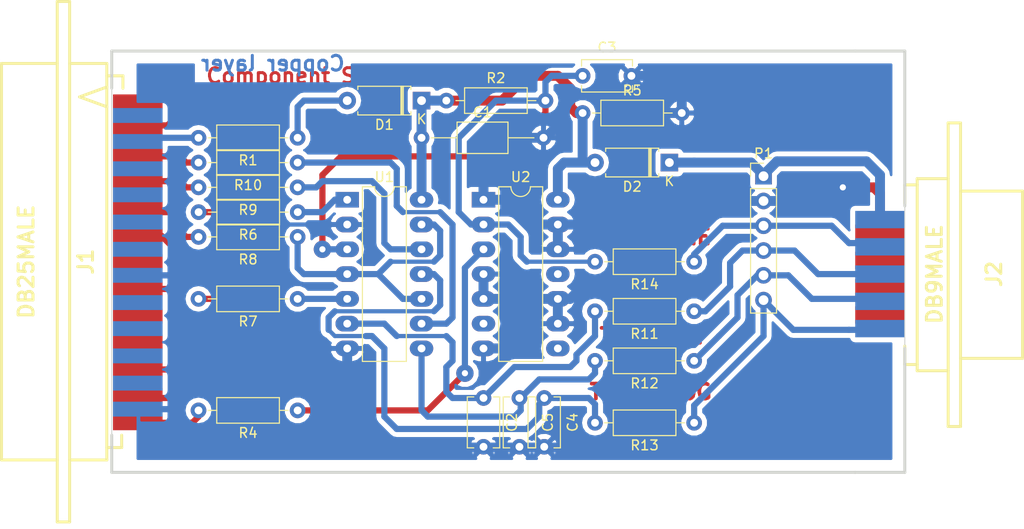
<source format=kicad_pcb>
(kicad_pcb (version 20171130) (host pcbnew "(2018-01-11 revision e926ec4)-master")

  (general
    (thickness 1.6002)
    (drawings 19)
    (tracks 273)
    (zones 0)
    (modules 25)
    (nets 43)
  )

  (page A4)
  (title_block
    (rev 1)
    (company "Kicad Demo")
  )

  (layers
    (0 Dessus signal)
    (31 Dessous signal)
    (32 B.Adhes user)
    (33 F.Adhes user)
    (34 B.Paste user)
    (35 F.Paste user)
    (36 B.SilkS user)
    (37 F.SilkS user)
    (38 B.Mask user)
    (39 F.Mask user)
    (40 Dwgs.User user)
    (41 Cmts.User user)
    (42 Eco1.User user)
    (43 Eco2.User user)
    (44 Edge.Cuts user)
    (45 Margin user)
    (46 B.CrtYd user)
    (47 F.CrtYd user)
    (48 B.Fab user)
    (49 F.Fab user)
  )

  (setup
    (last_trace_width 0.635)
    (user_trace_width 0.4)
    (user_trace_width 1)
    (trace_clearance 0.254)
    (zone_clearance 0.508)
    (zone_45_only no)
    (trace_min 0.2032)
    (segment_width 0.3)
    (edge_width 0.1)
    (via_size 1.651)
    (via_drill 0.635)
    (via_min_size 0.889)
    (via_min_drill 0.508)
    (uvia_size 0.508)
    (uvia_drill 0.127)
    (uvias_allowed no)
    (uvia_min_size 0.508)
    (uvia_min_drill 0.127)
    (pcb_text_width 0.3048)
    (pcb_text_size 1.5 1.5)
    (mod_edge_width 0.3)
    (mod_text_size 0.3 1.5)
    (mod_text_width 0.3)
    (pad_size 1.778 5.08)
    (pad_drill 0)
    (pad_to_mask_clearance 0.254)
    (aux_axis_origin 0 0)
    (visible_elements 7FFFFFFF)
    (pcbplotparams
      (layerselection 0x00030_80000001)
      (usegerberextensions false)
      (usegerberattributes false)
      (usegerberadvancedattributes false)
      (creategerberjobfile false)
      (excludeedgelayer false)
      (linewidth 0.150000)
      (plotframeref false)
      (viasonmask false)
      (mode 1)
      (useauxorigin false)
      (hpglpennumber 1)
      (hpglpenspeed 20)
      (hpglpendiameter 15)
      (psnegative false)
      (psa4output false)
      (plotreference true)
      (plotvalue true)
      (plotinvisibletext false)
      (padsonsilk false)
      (subtractmaskfromsilk false)
      (outputformat 1)
      (mirror false)
      (drillshape 1)
      (scaleselection 1)
      (outputdirectory ""))
  )

  (net 0 "")
  (net 1 /CLK-D1)
  (net 2 /CTRL-D3)
  (net 3 /DONE-SELECT*)
  (net 4 /PWR_3,3-5V)
  (net 5 /TCK-CCLK)
  (net 6 /TD0-DONE)
  (net 7 /TD0-PROG-D4)
  (net 8 /TDI-DIN)
  (net 9 /TDI-DIN-D0)
  (net 10 /TMS-PROG)
  (net 11 /TMS-PROG-D2)
  (net 12 /VCC_SENSE-ERROR*)
  (net 13 GND)
  (net 14 VCC)
  (net 15 "Net-(C3-Pad1)")
  (net 16 "Net-(R4-Pad1)")
  (net 17 "Net-(U2-Pad6)")
  (net 18 "Net-(U2-Pad8)")
  (net 19 "Net-(U2-Pad11)")
  (net 20 "Net-(R6-Pad1)")
  (net 21 "Net-(R8-Pad1)")
  (net 22 "Net-(R7-Pad1)")
  (net 23 "Net-(C2-Pad1)")
  (net 24 "Net-(C5-Pad1)")
  (net 25 "Net-(R10-Pad1)")
  (net 26 "Net-(C4-Pad1)")
  (net 27 "Net-(R9-Pad1)")
  (net 28 "Net-(D1-Pad2)")
  (net 29 "Net-(J1-Pad11)")
  (net 30 "Net-(J1-Pad10)")
  (net 31 "Net-(J1-Pad9)")
  (net 32 "Net-(J1-Pad7)")
  (net 33 "Net-(J1-Pad1)")
  (net 34 "Net-(J1-Pad24)")
  (net 35 "Net-(J1-Pad23)")
  (net 36 "Net-(J1-Pad22)")
  (net 37 "Net-(J1-Pad21)")
  (net 38 "Net-(J1-Pad19)")
  (net 39 "Net-(J1-Pad18)")
  (net 40 "Net-(J1-Pad17)")
  (net 41 "Net-(J1-Pad16)")
  (net 42 "Net-(J1-Pad14)")

  (net_class Default "Ceci est la Netclass par défaut"
    (clearance 0.254)
    (trace_width 0.635)
    (via_dia 1.651)
    (via_drill 0.635)
    (uvia_dia 0.508)
    (uvia_drill 0.127)
    (add_net /CLK-D1)
    (add_net /CTRL-D3)
    (add_net /DONE-SELECT*)
    (add_net /PWR_3,3-5V)
    (add_net /TCK-CCLK)
    (add_net /TD0-DONE)
    (add_net /TD0-PROG-D4)
    (add_net /TDI-DIN)
    (add_net /TDI-DIN-D0)
    (add_net /TMS-PROG)
    (add_net /TMS-PROG-D2)
    (add_net /VCC_SENSE-ERROR*)
    (add_net GND)
    (add_net "Net-(C2-Pad1)")
    (add_net "Net-(C3-Pad1)")
    (add_net "Net-(C4-Pad1)")
    (add_net "Net-(C5-Pad1)")
    (add_net "Net-(D1-Pad2)")
    (add_net "Net-(J1-Pad1)")
    (add_net "Net-(J1-Pad10)")
    (add_net "Net-(J1-Pad11)")
    (add_net "Net-(J1-Pad14)")
    (add_net "Net-(J1-Pad16)")
    (add_net "Net-(J1-Pad17)")
    (add_net "Net-(J1-Pad18)")
    (add_net "Net-(J1-Pad19)")
    (add_net "Net-(J1-Pad21)")
    (add_net "Net-(J1-Pad22)")
    (add_net "Net-(J1-Pad23)")
    (add_net "Net-(J1-Pad24)")
    (add_net "Net-(J1-Pad7)")
    (add_net "Net-(J1-Pad9)")
    (add_net "Net-(R10-Pad1)")
    (add_net "Net-(R4-Pad1)")
    (add_net "Net-(R6-Pad1)")
    (add_net "Net-(R7-Pad1)")
    (add_net "Net-(R8-Pad1)")
    (add_net "Net-(R9-Pad1)")
    (add_net "Net-(U2-Pad11)")
    (add_net "Net-(U2-Pad6)")
    (add_net "Net-(U2-Pad8)")
    (add_net VCC)
  )

  (module Connector_PinHeader_2.54mm:PinHeader_1x06_P2.54mm_Vertical (layer Dessus) (tedit 59FED5CC) (tstamp 5A583D55)
    (at 169.672 80.137)
    (descr "Through hole straight pin header, 1x06, 2.54mm pitch, single row")
    (tags "Through hole pin header THT 1x06 2.54mm single row")
    (path /3EBF830C)
    (fp_text reference P1 (at 0 -2.33) (layer F.SilkS)
      (effects (font (size 1 1) (thickness 0.15)))
    )
    (fp_text value CONN_6 (at 0 15.03) (layer F.Fab)
      (effects (font (size 1 1) (thickness 0.15)))
    )
    (fp_line (start -0.635 -1.27) (end 1.27 -1.27) (layer F.Fab) (width 0.1))
    (fp_line (start 1.27 -1.27) (end 1.27 13.97) (layer F.Fab) (width 0.1))
    (fp_line (start 1.27 13.97) (end -1.27 13.97) (layer F.Fab) (width 0.1))
    (fp_line (start -1.27 13.97) (end -1.27 -0.635) (layer F.Fab) (width 0.1))
    (fp_line (start -1.27 -0.635) (end -0.635 -1.27) (layer F.Fab) (width 0.1))
    (fp_line (start -1.33 14.03) (end 1.33 14.03) (layer F.SilkS) (width 0.12))
    (fp_line (start -1.33 1.27) (end -1.33 14.03) (layer F.SilkS) (width 0.12))
    (fp_line (start 1.33 1.27) (end 1.33 14.03) (layer F.SilkS) (width 0.12))
    (fp_line (start -1.33 1.27) (end 1.33 1.27) (layer F.SilkS) (width 0.12))
    (fp_line (start -1.33 0) (end -1.33 -1.33) (layer F.SilkS) (width 0.12))
    (fp_line (start -1.33 -1.33) (end 0 -1.33) (layer F.SilkS) (width 0.12))
    (fp_line (start -1.8 -1.8) (end -1.8 14.5) (layer F.CrtYd) (width 0.05))
    (fp_line (start -1.8 14.5) (end 1.8 14.5) (layer F.CrtYd) (width 0.05))
    (fp_line (start 1.8 14.5) (end 1.8 -1.8) (layer F.CrtYd) (width 0.05))
    (fp_line (start 1.8 -1.8) (end -1.8 -1.8) (layer F.CrtYd) (width 0.05))
    (fp_text user %R (at 0 6.35 90) (layer F.Fab)
      (effects (font (size 1 1) (thickness 0.15)))
    )
    (pad 1 thru_hole rect (at 0 0) (size 1.7 1.7) (drill 1) (layers *.Cu *.Mask)
      (net 4 /PWR_3,3-5V))
    (pad 2 thru_hole oval (at 0 2.54) (size 1.7 1.7) (drill 1) (layers *.Cu *.Mask)
      (net 13 GND))
    (pad 3 thru_hole oval (at 0 5.08) (size 1.7 1.7) (drill 1) (layers *.Cu *.Mask)
      (net 6 /TD0-DONE))
    (pad 4 thru_hole oval (at 0 7.62) (size 1.7 1.7) (drill 1) (layers *.Cu *.Mask)
      (net 8 /TDI-DIN))
    (pad 5 thru_hole oval (at 0 10.16) (size 1.7 1.7) (drill 1) (layers *.Cu *.Mask)
      (net 5 /TCK-CCLK))
    (pad 6 thru_hole oval (at 0 12.7) (size 1.7 1.7) (drill 1) (layers *.Cu *.Mask)
      (net 10 /TMS-PROG))
    (model ${KISYS3DMOD}/Connector_PinHeader_2.54mm.3dshapes/PinHeader_1x06_P2.54mm_Vertical.wrl
      (at (xyz 0 0 0))
      (scale (xyz 1 1 1))
      (rotate (xyz 0 0 0))
    )
  )

  (module Capacitor_THT:C_Disc_D5.1mm_W3.2mm_P5.00mm (layer Dessus) (tedit 5A142A3B) (tstamp 5A59B9B3)
    (at 140.97 102.87 270)
    (descr "C, Disc series, Radial, pin pitch=5.00mm, diameter*width=5.1*3.2mm^2, Capacitor, http://www.vishay.com/docs/45233/krseries.pdf")
    (tags "C Disc series Radial pin pitch 5.00mm  diameter 5.1mm width 3.2mm Capacitor")
    (path /4D528085)
    (fp_text reference C2 (at 2.5 -2.91 270) (layer F.SilkS)
      (effects (font (size 1 1) (thickness 0.15)))
    )
    (fp_text value 100pF (at 2.5 2.91 270) (layer F.Fab)
      (effects (font (size 1 1) (thickness 0.15)))
    )
    (fp_text user %R (at 2.5 0 270) (layer F.Fab)
      (effects (font (size 1 1) (thickness 0.15)))
    )
    (fp_line (start 6.05 -1.95) (end -1.05 -1.95) (layer F.CrtYd) (width 0.05))
    (fp_line (start 6.05 1.95) (end 6.05 -1.95) (layer F.CrtYd) (width 0.05))
    (fp_line (start -1.05 1.95) (end 6.05 1.95) (layer F.CrtYd) (width 0.05))
    (fp_line (start -1.05 -1.95) (end -1.05 1.95) (layer F.CrtYd) (width 0.05))
    (fp_line (start 5.11 0.996) (end 5.11 1.66) (layer F.SilkS) (width 0.12))
    (fp_line (start 5.11 -1.66) (end 5.11 -0.996) (layer F.SilkS) (width 0.12))
    (fp_line (start -0.11 0.996) (end -0.11 1.66) (layer F.SilkS) (width 0.12))
    (fp_line (start -0.11 -1.66) (end -0.11 -0.996) (layer F.SilkS) (width 0.12))
    (fp_line (start -0.11 1.66) (end 5.11 1.66) (layer F.SilkS) (width 0.12))
    (fp_line (start -0.11 -1.66) (end 5.11 -1.66) (layer F.SilkS) (width 0.12))
    (fp_line (start 5.05 -1.6) (end -0.05 -1.6) (layer F.Fab) (width 0.1))
    (fp_line (start 5.05 1.6) (end 5.05 -1.6) (layer F.Fab) (width 0.1))
    (fp_line (start -0.05 1.6) (end 5.05 1.6) (layer F.Fab) (width 0.1))
    (fp_line (start -0.05 -1.6) (end -0.05 1.6) (layer F.Fab) (width 0.1))
    (pad 2 thru_hole circle (at 5 0 270) (size 1.6 1.6) (drill 0.8) (layers *.Cu *.Mask)
      (net 13 GND))
    (pad 1 thru_hole circle (at 0 0 270) (size 1.6 1.6) (drill 0.8) (layers *.Cu *.Mask)
      (net 23 "Net-(C2-Pad1)"))
    (model ${KISYS3DMOD}/Capacitor_THT.3dshapes/C_Disc_D5.1mm_W3.2mm_P5.00mm.wrl
      (at (xyz 0 0 0))
      (scale (xyz 1 1 1))
      (rotate (xyz 0 0 0))
    )
  )

  (module Capacitor_THT:C_Disc_D5.1mm_W3.2mm_P5.00mm (layer Dessus) (tedit 5A142A3B) (tstamp 5A59B99F)
    (at 151.13 69.85)
    (descr "C, Disc series, Radial, pin pitch=5.00mm, diameter*width=5.1*3.2mm^2, Capacitor, http://www.vishay.com/docs/45233/krseries.pdf")
    (tags "C Disc series Radial pin pitch 5.00mm  diameter 5.1mm width 3.2mm Capacitor")
    (path /4D528084)
    (fp_text reference C3 (at 2.5 -2.91) (layer F.SilkS)
      (effects (font (size 1 1) (thickness 0.15)))
    )
    (fp_text value 100pF (at 2.5 2.91) (layer F.Fab)
      (effects (font (size 1 1) (thickness 0.15)))
    )
    (fp_line (start -0.05 -1.6) (end -0.05 1.6) (layer F.Fab) (width 0.1))
    (fp_line (start -0.05 1.6) (end 5.05 1.6) (layer F.Fab) (width 0.1))
    (fp_line (start 5.05 1.6) (end 5.05 -1.6) (layer F.Fab) (width 0.1))
    (fp_line (start 5.05 -1.6) (end -0.05 -1.6) (layer F.Fab) (width 0.1))
    (fp_line (start -0.11 -1.66) (end 5.11 -1.66) (layer F.SilkS) (width 0.12))
    (fp_line (start -0.11 1.66) (end 5.11 1.66) (layer F.SilkS) (width 0.12))
    (fp_line (start -0.11 -1.66) (end -0.11 -0.996) (layer F.SilkS) (width 0.12))
    (fp_line (start -0.11 0.996) (end -0.11 1.66) (layer F.SilkS) (width 0.12))
    (fp_line (start 5.11 -1.66) (end 5.11 -0.996) (layer F.SilkS) (width 0.12))
    (fp_line (start 5.11 0.996) (end 5.11 1.66) (layer F.SilkS) (width 0.12))
    (fp_line (start -1.05 -1.95) (end -1.05 1.95) (layer F.CrtYd) (width 0.05))
    (fp_line (start -1.05 1.95) (end 6.05 1.95) (layer F.CrtYd) (width 0.05))
    (fp_line (start 6.05 1.95) (end 6.05 -1.95) (layer F.CrtYd) (width 0.05))
    (fp_line (start 6.05 -1.95) (end -1.05 -1.95) (layer F.CrtYd) (width 0.05))
    (fp_text user %R (at 2.5 0) (layer F.Fab)
      (effects (font (size 1 1) (thickness 0.15)))
    )
    (pad 1 thru_hole circle (at 0 0) (size 1.6 1.6) (drill 0.8) (layers *.Cu *.Mask)
      (net 15 "Net-(C3-Pad1)"))
    (pad 2 thru_hole circle (at 5 0) (size 1.6 1.6) (drill 0.8) (layers *.Cu *.Mask)
      (net 13 GND))
    (model ${KISYS3DMOD}/Capacitor_THT.3dshapes/C_Disc_D5.1mm_W3.2mm_P5.00mm.wrl
      (at (xyz 0 0 0))
      (scale (xyz 1 1 1))
      (rotate (xyz 0 0 0))
    )
  )

  (module Capacitor_THT:C_Disc_D5.1mm_W3.2mm_P5.00mm (layer Dessus) (tedit 5A142A3B) (tstamp 5A59B98B)
    (at 147.193 102.87 270)
    (descr "C, Disc series, Radial, pin pitch=5.00mm, diameter*width=5.1*3.2mm^2, Capacitor, http://www.vishay.com/docs/45233/krseries.pdf")
    (tags "C Disc series Radial pin pitch 5.00mm  diameter 5.1mm width 3.2mm Capacitor")
    (path /3EBF81A7)
    (fp_text reference C4 (at 2.5 -2.91 270) (layer F.SilkS)
      (effects (font (size 1 1) (thickness 0.15)))
    )
    (fp_text value 100pF (at 2.5 2.91 270) (layer F.Fab)
      (effects (font (size 1 1) (thickness 0.15)))
    )
    (fp_text user %R (at 2.5 0 270) (layer F.Fab)
      (effects (font (size 1 1) (thickness 0.15)))
    )
    (fp_line (start 6.05 -1.95) (end -1.05 -1.95) (layer F.CrtYd) (width 0.05))
    (fp_line (start 6.05 1.95) (end 6.05 -1.95) (layer F.CrtYd) (width 0.05))
    (fp_line (start -1.05 1.95) (end 6.05 1.95) (layer F.CrtYd) (width 0.05))
    (fp_line (start -1.05 -1.95) (end -1.05 1.95) (layer F.CrtYd) (width 0.05))
    (fp_line (start 5.11 0.996) (end 5.11 1.66) (layer F.SilkS) (width 0.12))
    (fp_line (start 5.11 -1.66) (end 5.11 -0.996) (layer F.SilkS) (width 0.12))
    (fp_line (start -0.11 0.996) (end -0.11 1.66) (layer F.SilkS) (width 0.12))
    (fp_line (start -0.11 -1.66) (end -0.11 -0.996) (layer F.SilkS) (width 0.12))
    (fp_line (start -0.11 1.66) (end 5.11 1.66) (layer F.SilkS) (width 0.12))
    (fp_line (start -0.11 -1.66) (end 5.11 -1.66) (layer F.SilkS) (width 0.12))
    (fp_line (start 5.05 -1.6) (end -0.05 -1.6) (layer F.Fab) (width 0.1))
    (fp_line (start 5.05 1.6) (end 5.05 -1.6) (layer F.Fab) (width 0.1))
    (fp_line (start -0.05 1.6) (end 5.05 1.6) (layer F.Fab) (width 0.1))
    (fp_line (start -0.05 -1.6) (end -0.05 1.6) (layer F.Fab) (width 0.1))
    (pad 2 thru_hole circle (at 5 0 270) (size 1.6 1.6) (drill 0.8) (layers *.Cu *.Mask)
      (net 13 GND))
    (pad 1 thru_hole circle (at 0 0 270) (size 1.6 1.6) (drill 0.8) (layers *.Cu *.Mask)
      (net 26 "Net-(C4-Pad1)"))
    (model ${KISYS3DMOD}/Capacitor_THT.3dshapes/C_Disc_D5.1mm_W3.2mm_P5.00mm.wrl
      (at (xyz 0 0 0))
      (scale (xyz 1 1 1))
      (rotate (xyz 0 0 0))
    )
  )

  (module Capacitor_THT:C_Disc_D5.1mm_W3.2mm_P5.00mm (layer Dessus) (tedit 5A142A3B) (tstamp 5A59B977)
    (at 144.653 102.87 270)
    (descr "C, Disc series, Radial, pin pitch=5.00mm, diameter*width=5.1*3.2mm^2, Capacitor, http://www.vishay.com/docs/45233/krseries.pdf")
    (tags "C Disc series Radial pin pitch 5.00mm  diameter 5.1mm width 3.2mm Capacitor")
    (path /4D528086)
    (fp_text reference C5 (at 2.5 -2.91 270) (layer F.SilkS)
      (effects (font (size 1 1) (thickness 0.15)))
    )
    (fp_text value 100pF (at 2.5 2.91 270) (layer F.Fab)
      (effects (font (size 1 1) (thickness 0.15)))
    )
    (fp_line (start -0.05 -1.6) (end -0.05 1.6) (layer F.Fab) (width 0.1))
    (fp_line (start -0.05 1.6) (end 5.05 1.6) (layer F.Fab) (width 0.1))
    (fp_line (start 5.05 1.6) (end 5.05 -1.6) (layer F.Fab) (width 0.1))
    (fp_line (start 5.05 -1.6) (end -0.05 -1.6) (layer F.Fab) (width 0.1))
    (fp_line (start -0.11 -1.66) (end 5.11 -1.66) (layer F.SilkS) (width 0.12))
    (fp_line (start -0.11 1.66) (end 5.11 1.66) (layer F.SilkS) (width 0.12))
    (fp_line (start -0.11 -1.66) (end -0.11 -0.996) (layer F.SilkS) (width 0.12))
    (fp_line (start -0.11 0.996) (end -0.11 1.66) (layer F.SilkS) (width 0.12))
    (fp_line (start 5.11 -1.66) (end 5.11 -0.996) (layer F.SilkS) (width 0.12))
    (fp_line (start 5.11 0.996) (end 5.11 1.66) (layer F.SilkS) (width 0.12))
    (fp_line (start -1.05 -1.95) (end -1.05 1.95) (layer F.CrtYd) (width 0.05))
    (fp_line (start -1.05 1.95) (end 6.05 1.95) (layer F.CrtYd) (width 0.05))
    (fp_line (start 6.05 1.95) (end 6.05 -1.95) (layer F.CrtYd) (width 0.05))
    (fp_line (start 6.05 -1.95) (end -1.05 -1.95) (layer F.CrtYd) (width 0.05))
    (fp_text user %R (at 2.5 0 270) (layer F.Fab)
      (effects (font (size 1 1) (thickness 0.15)))
    )
    (pad 1 thru_hole circle (at 0 0 270) (size 1.6 1.6) (drill 0.8) (layers *.Cu *.Mask)
      (net 24 "Net-(C5-Pad1)"))
    (pad 2 thru_hole circle (at 5 0 270) (size 1.6 1.6) (drill 0.8) (layers *.Cu *.Mask)
      (net 13 GND))
    (model ${KISYS3DMOD}/Capacitor_THT.3dshapes/C_Disc_D5.1mm_W3.2mm_P5.00mm.wrl
      (at (xyz 0 0 0))
      (scale (xyz 1 1 1))
      (rotate (xyz 0 0 0))
    )
  )

  (module Package_DIP:DIP-14_W7.62mm_LongPads (layer Dessus) (tedit 5A02E8C5) (tstamp 5A58F5AD)
    (at 127 82.55)
    (descr "14-lead though-hole mounted DIP package, row spacing 7.62 mm (300 mils), LongPads")
    (tags "THT DIP DIL PDIP 2.54mm 7.62mm 300mil LongPads")
    (path /3EBF7DBD)
    (fp_text reference U1 (at 3.81 -2.33) (layer F.SilkS)
      (effects (font (size 1 1) (thickness 0.15)))
    )
    (fp_text value 74LS125 (at 3.81 17.57) (layer F.Fab)
      (effects (font (size 1 1) (thickness 0.15)))
    )
    (fp_text user %R (at 3.81 7.62) (layer F.Fab)
      (effects (font (size 1 1) (thickness 0.15)))
    )
    (fp_line (start 9.1 -1.55) (end -1.45 -1.55) (layer F.CrtYd) (width 0.05))
    (fp_line (start 9.1 16.8) (end 9.1 -1.55) (layer F.CrtYd) (width 0.05))
    (fp_line (start -1.45 16.8) (end 9.1 16.8) (layer F.CrtYd) (width 0.05))
    (fp_line (start -1.45 -1.55) (end -1.45 16.8) (layer F.CrtYd) (width 0.05))
    (fp_line (start 6.06 -1.33) (end 4.81 -1.33) (layer F.SilkS) (width 0.12))
    (fp_line (start 6.06 16.57) (end 6.06 -1.33) (layer F.SilkS) (width 0.12))
    (fp_line (start 1.56 16.57) (end 6.06 16.57) (layer F.SilkS) (width 0.12))
    (fp_line (start 1.56 -1.33) (end 1.56 16.57) (layer F.SilkS) (width 0.12))
    (fp_line (start 2.81 -1.33) (end 1.56 -1.33) (layer F.SilkS) (width 0.12))
    (fp_line (start 0.635 -0.27) (end 1.635 -1.27) (layer F.Fab) (width 0.1))
    (fp_line (start 0.635 16.51) (end 0.635 -0.27) (layer F.Fab) (width 0.1))
    (fp_line (start 6.985 16.51) (end 0.635 16.51) (layer F.Fab) (width 0.1))
    (fp_line (start 6.985 -1.27) (end 6.985 16.51) (layer F.Fab) (width 0.1))
    (fp_line (start 1.635 -1.27) (end 6.985 -1.27) (layer F.Fab) (width 0.1))
    (fp_arc (start 3.81 -1.33) (end 2.81 -1.33) (angle -180) (layer F.SilkS) (width 0.12))
    (pad 14 thru_hole oval (at 7.62 0) (size 2.4 1.6) (drill 0.8) (layers *.Cu *.Mask)
      (net 14 VCC))
    (pad 7 thru_hole oval (at 0 15.24) (size 2.4 1.6) (drill 0.8) (layers *.Cu *.Mask)
      (net 13 GND))
    (pad 13 thru_hole oval (at 7.62 2.54) (size 2.4 1.6) (drill 0.8) (layers *.Cu *.Mask)
      (net 21 "Net-(R8-Pad1)"))
    (pad 6 thru_hole oval (at 0 12.7) (size 2.4 1.6) (drill 0.8) (layers *.Cu *.Mask)
      (net 23 "Net-(C2-Pad1)"))
    (pad 12 thru_hole oval (at 7.62 5.08) (size 2.4 1.6) (drill 0.8) (layers *.Cu *.Mask)
      (net 27 "Net-(R9-Pad1)"))
    (pad 5 thru_hole oval (at 0 10.16) (size 2.4 1.6) (drill 0.8) (layers *.Cu *.Mask)
      (net 22 "Net-(R7-Pad1)"))
    (pad 11 thru_hole oval (at 7.62 7.62) (size 2.4 1.6) (drill 0.8) (layers *.Cu *.Mask)
      (net 26 "Net-(C4-Pad1)"))
    (pad 4 thru_hole oval (at 0 7.62) (size 2.4 1.6) (drill 0.8) (layers *.Cu *.Mask)
      (net 21 "Net-(R8-Pad1)"))
    (pad 10 thru_hole oval (at 7.62 10.16) (size 2.4 1.6) (drill 0.8) (layers *.Cu *.Mask)
      (net 21 "Net-(R8-Pad1)"))
    (pad 3 thru_hole oval (at 0 5.08) (size 2.4 1.6) (drill 0.8) (layers *.Cu *.Mask)
      (net 15 "Net-(C3-Pad1)"))
    (pad 9 thru_hole oval (at 7.62 12.7) (size 2.4 1.6) (drill 0.8) (layers *.Cu *.Mask)
      (net 25 "Net-(R10-Pad1)"))
    (pad 2 thru_hole oval (at 0 2.54) (size 2.4 1.6) (drill 0.8) (layers *.Cu *.Mask)
      (net 13 GND))
    (pad 8 thru_hole oval (at 7.62 15.24) (size 2.4 1.6) (drill 0.8) (layers *.Cu *.Mask)
      (net 24 "Net-(C5-Pad1)"))
    (pad 1 thru_hole rect (at 0 0) (size 2.4 1.6) (drill 0.8) (layers *.Cu *.Mask)
      (net 20 "Net-(R6-Pad1)"))
    (model ${KISYS3DMOD}/Package_DIP.3dshapes/DIP-14_W7.62mm.wrl
      (at (xyz 0 0 0))
      (scale (xyz 1 1 1))
      (rotate (xyz 0 0 0))
    )
  )

  (module Package_DIP:DIP-14_W7.62mm_LongPads (layer Dessus) (tedit 5A02E8C5) (tstamp 5A58F58C)
    (at 140.97 82.55)
    (descr "14-lead though-hole mounted DIP package, row spacing 7.62 mm (300 mils), LongPads")
    (tags "THT DIP DIL PDIP 2.54mm 7.62mm 300mil LongPads")
    (path /3EBF7EEC)
    (fp_text reference U2 (at 3.81 -2.33) (layer F.SilkS)
      (effects (font (size 1 1) (thickness 0.15)))
    )
    (fp_text value 74LS125 (at 3.81 17.57) (layer F.Fab)
      (effects (font (size 1 1) (thickness 0.15)))
    )
    (fp_arc (start 3.81 -1.33) (end 2.81 -1.33) (angle -180) (layer F.SilkS) (width 0.12))
    (fp_line (start 1.635 -1.27) (end 6.985 -1.27) (layer F.Fab) (width 0.1))
    (fp_line (start 6.985 -1.27) (end 6.985 16.51) (layer F.Fab) (width 0.1))
    (fp_line (start 6.985 16.51) (end 0.635 16.51) (layer F.Fab) (width 0.1))
    (fp_line (start 0.635 16.51) (end 0.635 -0.27) (layer F.Fab) (width 0.1))
    (fp_line (start 0.635 -0.27) (end 1.635 -1.27) (layer F.Fab) (width 0.1))
    (fp_line (start 2.81 -1.33) (end 1.56 -1.33) (layer F.SilkS) (width 0.12))
    (fp_line (start 1.56 -1.33) (end 1.56 16.57) (layer F.SilkS) (width 0.12))
    (fp_line (start 1.56 16.57) (end 6.06 16.57) (layer F.SilkS) (width 0.12))
    (fp_line (start 6.06 16.57) (end 6.06 -1.33) (layer F.SilkS) (width 0.12))
    (fp_line (start 6.06 -1.33) (end 4.81 -1.33) (layer F.SilkS) (width 0.12))
    (fp_line (start -1.45 -1.55) (end -1.45 16.8) (layer F.CrtYd) (width 0.05))
    (fp_line (start -1.45 16.8) (end 9.1 16.8) (layer F.CrtYd) (width 0.05))
    (fp_line (start 9.1 16.8) (end 9.1 -1.55) (layer F.CrtYd) (width 0.05))
    (fp_line (start 9.1 -1.55) (end -1.45 -1.55) (layer F.CrtYd) (width 0.05))
    (fp_text user %R (at 3.81 7.62) (layer F.Fab)
      (effects (font (size 1 1) (thickness 0.15)))
    )
    (pad 1 thru_hole rect (at 0 0) (size 2.4 1.6) (drill 0.8) (layers *.Cu *.Mask)
      (net 13 GND))
    (pad 8 thru_hole oval (at 7.62 15.24) (size 2.4 1.6) (drill 0.8) (layers *.Cu *.Mask)
      (net 18 "Net-(U2-Pad8)"))
    (pad 2 thru_hole oval (at 0 2.54) (size 2.4 1.6) (drill 0.8) (layers *.Cu *.Mask)
      (net 15 "Net-(C3-Pad1)"))
    (pad 9 thru_hole oval (at 7.62 12.7) (size 2.4 1.6) (drill 0.8) (layers *.Cu *.Mask)
      (net 13 GND))
    (pad 3 thru_hole oval (at 0 5.08) (size 2.4 1.6) (drill 0.8) (layers *.Cu *.Mask)
      (net 16 "Net-(R4-Pad1)"))
    (pad 10 thru_hole oval (at 7.62 10.16) (size 2.4 1.6) (drill 0.8) (layers *.Cu *.Mask)
      (net 13 GND))
    (pad 4 thru_hole oval (at 0 7.62) (size 2.4 1.6) (drill 0.8) (layers *.Cu *.Mask)
      (net 13 GND))
    (pad 11 thru_hole oval (at 7.62 7.62) (size 2.4 1.6) (drill 0.8) (layers *.Cu *.Mask)
      (net 19 "Net-(U2-Pad11)"))
    (pad 5 thru_hole oval (at 0 10.16) (size 2.4 1.6) (drill 0.8) (layers *.Cu *.Mask)
      (net 13 GND))
    (pad 12 thru_hole oval (at 7.62 5.08) (size 2.4 1.6) (drill 0.8) (layers *.Cu *.Mask)
      (net 13 GND))
    (pad 6 thru_hole oval (at 0 12.7) (size 2.4 1.6) (drill 0.8) (layers *.Cu *.Mask)
      (net 17 "Net-(U2-Pad6)"))
    (pad 13 thru_hole oval (at 7.62 2.54) (size 2.4 1.6) (drill 0.8) (layers *.Cu *.Mask)
      (net 13 GND))
    (pad 7 thru_hole oval (at 0 15.24) (size 2.4 1.6) (drill 0.8) (layers *.Cu *.Mask)
      (net 13 GND))
    (pad 14 thru_hole oval (at 7.62 0) (size 2.4 1.6) (drill 0.8) (layers *.Cu *.Mask)
      (net 14 VCC))
    (model ${KISYS3DMOD}/Package_DIP.3dshapes/DIP-14_W7.62mm.wrl
      (at (xyz 0 0 0))
      (scale (xyz 1 1 1))
      (rotate (xyz 0 0 0))
    )
  )

  (module Capacitor_THT:C_Axial_L5.1mm_D3.1mm_P12.50mm_Horizontal (layer Dessus) (tedit 5A142A3B) (tstamp 5A5834A9)
    (at 134.62 76.2)
    (descr "C, Axial series, Axial, Horizontal, pin pitch=12.5mm, http://www.vishay.com/docs/45231/arseries.pdf")
    (tags "C Axial series Axial Horizontal pin pitch 12.5mm  length 5.1mm diameter 3.1mm")
    (path /3EBF82C6)
    (fp_text reference C1 (at 6.25 -2.61) (layer F.SilkS)
      (effects (font (size 1 1) (thickness 0.15)))
    )
    (fp_text value 1uF (at 6.25 2.61) (layer F.Fab)
      (effects (font (size 1 1) (thickness 0.15)))
    )
    (fp_line (start 3.7 -1.55) (end 3.7 1.55) (layer F.Fab) (width 0.1))
    (fp_line (start 3.7 1.55) (end 8.8 1.55) (layer F.Fab) (width 0.1))
    (fp_line (start 8.8 1.55) (end 8.8 -1.55) (layer F.Fab) (width 0.1))
    (fp_line (start 8.8 -1.55) (end 3.7 -1.55) (layer F.Fab) (width 0.1))
    (fp_line (start 0 0) (end 3.7 0) (layer F.Fab) (width 0.1))
    (fp_line (start 12.5 0) (end 8.8 0) (layer F.Fab) (width 0.1))
    (fp_line (start 3.64 -1.61) (end 3.64 1.61) (layer F.SilkS) (width 0.12))
    (fp_line (start 3.64 1.61) (end 8.86 1.61) (layer F.SilkS) (width 0.12))
    (fp_line (start 8.86 1.61) (end 8.86 -1.61) (layer F.SilkS) (width 0.12))
    (fp_line (start 8.86 -1.61) (end 3.64 -1.61) (layer F.SilkS) (width 0.12))
    (fp_line (start 0.98 0) (end 3.64 0) (layer F.SilkS) (width 0.12))
    (fp_line (start 11.52 0) (end 8.86 0) (layer F.SilkS) (width 0.12))
    (fp_line (start -1.05 -1.9) (end -1.05 1.9) (layer F.CrtYd) (width 0.05))
    (fp_line (start -1.05 1.9) (end 13.55 1.9) (layer F.CrtYd) (width 0.05))
    (fp_line (start 13.55 1.9) (end 13.55 -1.9) (layer F.CrtYd) (width 0.05))
    (fp_line (start 13.55 -1.9) (end -1.05 -1.9) (layer F.CrtYd) (width 0.05))
    (fp_text user %R (at 6.25 0) (layer F.Fab)
      (effects (font (size 1 1) (thickness 0.15)))
    )
    (pad 1 thru_hole circle (at 0 0) (size 1.6 1.6) (drill 0.8) (layers *.Cu *.Mask)
      (net 14 VCC))
    (pad 2 thru_hole oval (at 12.5 0) (size 1.6 1.6) (drill 0.8) (layers *.Cu *.Mask)
      (net 13 GND))
    (model ${KISYS3DMOD}/Capacitor_THT.3dshapes/C_Axial_L5.1mm_D3.1mm_P12.50mm_Horizontal.wrl
      (at (xyz 0 0 0))
      (scale (xyz 1 1 1))
      (rotate (xyz 0 0 0))
    )
  )

  (module Diode_THT:D_A-405_P7.62mm_Horizontal (layer Dessus) (tedit 5A195B5A) (tstamp 5A56D054)
    (at 134.62 72.39 180)
    (descr "D, A-405 series, Axial, Horizontal, pin pitch=7.62mm, , length*diameter=5.2*2.7mm^2, , http://www.diodes.com/_files/packages/A-405.pdf")
    (tags "D A-405 series Axial Horizontal pin pitch 7.62mm  length 5.2mm diameter 2.7mm")
    (path /3EBF815E)
    (fp_text reference D1 (at 3.81 -2.47 180) (layer F.SilkS)
      (effects (font (size 1 1) (thickness 0.15)))
    )
    (fp_text value BAT46 (at 3.81 2.47 180) (layer F.Fab)
      (effects (font (size 1 1) (thickness 0.15)))
    )
    (fp_text user K (at 0 -1.9 180) (layer F.SilkS)
      (effects (font (size 1 1) (thickness 0.15)))
    )
    (fp_text user K (at 0 -1.9 180) (layer F.Fab)
      (effects (font (size 1 1) (thickness 0.15)))
    )
    (fp_text user %R (at 4.2 0 180) (layer F.Fab)
      (effects (font (size 1 1) (thickness 0.15)))
    )
    (fp_line (start 8.8 -1.75) (end -1.15 -1.75) (layer F.CrtYd) (width 0.05))
    (fp_line (start 8.8 1.75) (end 8.8 -1.75) (layer F.CrtYd) (width 0.05))
    (fp_line (start -1.15 1.75) (end 8.8 1.75) (layer F.CrtYd) (width 0.05))
    (fp_line (start -1.15 -1.75) (end -1.15 1.75) (layer F.CrtYd) (width 0.05))
    (fp_line (start 1.87 -1.47) (end 1.87 1.47) (layer F.SilkS) (width 0.12))
    (fp_line (start 2.11 -1.47) (end 2.11 1.47) (layer F.SilkS) (width 0.12))
    (fp_line (start 1.99 -1.47) (end 1.99 1.47) (layer F.SilkS) (width 0.12))
    (fp_line (start 6.53 1.47) (end 6.53 1.14) (layer F.SilkS) (width 0.12))
    (fp_line (start 1.09 1.47) (end 6.53 1.47) (layer F.SilkS) (width 0.12))
    (fp_line (start 1.09 1.14) (end 1.09 1.47) (layer F.SilkS) (width 0.12))
    (fp_line (start 6.53 -1.47) (end 6.53 -1.14) (layer F.SilkS) (width 0.12))
    (fp_line (start 1.09 -1.47) (end 6.53 -1.47) (layer F.SilkS) (width 0.12))
    (fp_line (start 1.09 -1.14) (end 1.09 -1.47) (layer F.SilkS) (width 0.12))
    (fp_line (start 1.89 -1.35) (end 1.89 1.35) (layer F.Fab) (width 0.1))
    (fp_line (start 2.09 -1.35) (end 2.09 1.35) (layer F.Fab) (width 0.1))
    (fp_line (start 1.99 -1.35) (end 1.99 1.35) (layer F.Fab) (width 0.1))
    (fp_line (start 7.62 0) (end 6.41 0) (layer F.Fab) (width 0.1))
    (fp_line (start 0 0) (end 1.21 0) (layer F.Fab) (width 0.1))
    (fp_line (start 6.41 -1.35) (end 1.21 -1.35) (layer F.Fab) (width 0.1))
    (fp_line (start 6.41 1.35) (end 6.41 -1.35) (layer F.Fab) (width 0.1))
    (fp_line (start 1.21 1.35) (end 6.41 1.35) (layer F.Fab) (width 0.1))
    (fp_line (start 1.21 -1.35) (end 1.21 1.35) (layer F.Fab) (width 0.1))
    (pad 2 thru_hole oval (at 7.62 0 180) (size 1.8 1.8) (drill 0.9) (layers *.Cu *.Mask)
      (net 28 "Net-(D1-Pad2)"))
    (pad 1 thru_hole rect (at 0 0 180) (size 1.8 1.8) (drill 0.9) (layers *.Cu *.Mask)
      (net 14 VCC))
    (model ${KISYS3DMOD}/Diode_THT.3dshapes/D_A-405_P7.62mm_Horizontal.wrl
      (at (xyz 0 0 0))
      (scale (xyz 1 1 1))
      (rotate (xyz 0 0 0))
    )
  )

  (module Diode_THT:D_A-405_P7.62mm_Horizontal (layer Dessus) (tedit 5A195B5A) (tstamp 5A56D036)
    (at 160.02 78.74 180)
    (descr "D, A-405 series, Axial, Horizontal, pin pitch=7.62mm, , length*diameter=5.2*2.7mm^2, , http://www.diodes.com/_files/packages/A-405.pdf")
    (tags "D A-405 series Axial Horizontal pin pitch 7.62mm  length 5.2mm diameter 2.7mm")
    (path /3EBF8176)
    (fp_text reference D2 (at 3.81 -2.47 180) (layer F.SilkS)
      (effects (font (size 1 1) (thickness 0.15)))
    )
    (fp_text value BAT46 (at 3.81 2.47 180) (layer F.Fab)
      (effects (font (size 1 1) (thickness 0.15)))
    )
    (fp_line (start 1.21 -1.35) (end 1.21 1.35) (layer F.Fab) (width 0.1))
    (fp_line (start 1.21 1.35) (end 6.41 1.35) (layer F.Fab) (width 0.1))
    (fp_line (start 6.41 1.35) (end 6.41 -1.35) (layer F.Fab) (width 0.1))
    (fp_line (start 6.41 -1.35) (end 1.21 -1.35) (layer F.Fab) (width 0.1))
    (fp_line (start 0 0) (end 1.21 0) (layer F.Fab) (width 0.1))
    (fp_line (start 7.62 0) (end 6.41 0) (layer F.Fab) (width 0.1))
    (fp_line (start 1.99 -1.35) (end 1.99 1.35) (layer F.Fab) (width 0.1))
    (fp_line (start 2.09 -1.35) (end 2.09 1.35) (layer F.Fab) (width 0.1))
    (fp_line (start 1.89 -1.35) (end 1.89 1.35) (layer F.Fab) (width 0.1))
    (fp_line (start 1.09 -1.14) (end 1.09 -1.47) (layer F.SilkS) (width 0.12))
    (fp_line (start 1.09 -1.47) (end 6.53 -1.47) (layer F.SilkS) (width 0.12))
    (fp_line (start 6.53 -1.47) (end 6.53 -1.14) (layer F.SilkS) (width 0.12))
    (fp_line (start 1.09 1.14) (end 1.09 1.47) (layer F.SilkS) (width 0.12))
    (fp_line (start 1.09 1.47) (end 6.53 1.47) (layer F.SilkS) (width 0.12))
    (fp_line (start 6.53 1.47) (end 6.53 1.14) (layer F.SilkS) (width 0.12))
    (fp_line (start 1.99 -1.47) (end 1.99 1.47) (layer F.SilkS) (width 0.12))
    (fp_line (start 2.11 -1.47) (end 2.11 1.47) (layer F.SilkS) (width 0.12))
    (fp_line (start 1.87 -1.47) (end 1.87 1.47) (layer F.SilkS) (width 0.12))
    (fp_line (start -1.15 -1.75) (end -1.15 1.75) (layer F.CrtYd) (width 0.05))
    (fp_line (start -1.15 1.75) (end 8.8 1.75) (layer F.CrtYd) (width 0.05))
    (fp_line (start 8.8 1.75) (end 8.8 -1.75) (layer F.CrtYd) (width 0.05))
    (fp_line (start 8.8 -1.75) (end -1.15 -1.75) (layer F.CrtYd) (width 0.05))
    (fp_text user %R (at 4.2 0 180) (layer F.Fab)
      (effects (font (size 1 1) (thickness 0.15)))
    )
    (fp_text user K (at 0 -1.9 180) (layer F.Fab)
      (effects (font (size 1 1) (thickness 0.15)))
    )
    (fp_text user K (at 0 -1.9 180) (layer F.SilkS)
      (effects (font (size 1 1) (thickness 0.15)))
    )
    (pad 1 thru_hole rect (at 0 0 180) (size 1.8 1.8) (drill 0.9) (layers *.Cu *.Mask)
      (net 4 /PWR_3,3-5V))
    (pad 2 thru_hole oval (at 7.62 0 180) (size 1.8 1.8) (drill 0.9) (layers *.Cu *.Mask)
      (net 14 VCC))
    (model ${KISYS3DMOD}/Diode_THT.3dshapes/D_A-405_P7.62mm_Horizontal.wrl
      (at (xyz 0 0 0))
      (scale (xyz 1 1 1))
      (rotate (xyz 0 0 0))
    )
  )

  (module Resistor_THT:R_Axial_DIN0207_L6.3mm_D2.5mm_P10.16mm_Horizontal (layer Dessus) (tedit 5A14249F) (tstamp 5A56CFDE)
    (at 121.92 78.74 180)
    (descr "Resistor, Axial_DIN0207 series, Axial, Horizontal, pin pitch=10.16mm, 0.25W = 1/4W, length*diameter=6.3*2.5mm^2, http://cdn-reichelt.de/documents/datenblatt/B400/1_4W%23YAG.pdf")
    (tags "Resistor Axial_DIN0207 series Axial Horizontal pin pitch 10.16mm 0.25W = 1/4W length 6.3mm diameter 2.5mm")
    (path /3EBF7D31)
    (fp_text reference R10 (at 5.08 -2.31 180) (layer F.SilkS)
      (effects (font (size 1 1) (thickness 0.15)))
    )
    (fp_text value 100 (at 5.08 2.31 180) (layer F.Fab)
      (effects (font (size 1 1) (thickness 0.15)))
    )
    (fp_text user %R (at 5.08 0 180) (layer F.Fab)
      (effects (font (size 1 1) (thickness 0.15)))
    )
    (fp_line (start 1.93 -1.25) (end 1.93 1.25) (layer F.Fab) (width 0.1))
    (fp_line (start 1.93 1.25) (end 8.23 1.25) (layer F.Fab) (width 0.1))
    (fp_line (start 8.23 1.25) (end 8.23 -1.25) (layer F.Fab) (width 0.1))
    (fp_line (start 8.23 -1.25) (end 1.93 -1.25) (layer F.Fab) (width 0.1))
    (fp_line (start 0 0) (end 1.93 0) (layer F.Fab) (width 0.1))
    (fp_line (start 10.16 0) (end 8.23 0) (layer F.Fab) (width 0.1))
    (fp_line (start 1.87 -1.31) (end 1.87 1.31) (layer F.SilkS) (width 0.12))
    (fp_line (start 1.87 1.31) (end 8.29 1.31) (layer F.SilkS) (width 0.12))
    (fp_line (start 8.29 1.31) (end 8.29 -1.31) (layer F.SilkS) (width 0.12))
    (fp_line (start 8.29 -1.31) (end 1.87 -1.31) (layer F.SilkS) (width 0.12))
    (fp_line (start 0.98 0) (end 1.87 0) (layer F.SilkS) (width 0.12))
    (fp_line (start 9.18 0) (end 8.29 0) (layer F.SilkS) (width 0.12))
    (fp_line (start -1.05 -1.6) (end -1.05 1.6) (layer F.CrtYd) (width 0.05))
    (fp_line (start -1.05 1.6) (end 11.25 1.6) (layer F.CrtYd) (width 0.05))
    (fp_line (start 11.25 1.6) (end 11.25 -1.6) (layer F.CrtYd) (width 0.05))
    (fp_line (start 11.25 -1.6) (end -1.05 -1.6) (layer F.CrtYd) (width 0.05))
    (pad 1 thru_hole circle (at 0 0 180) (size 1.6 1.6) (drill 0.8) (layers *.Cu *.Mask)
      (net 25 "Net-(R10-Pad1)"))
    (pad 2 thru_hole oval (at 10.16 0 180) (size 1.6 1.6) (drill 0.8) (layers *.Cu *.Mask)
      (net 1 /CLK-D1))
    (model ${KISYS3DMOD}/Resistor_THT.3dshapes/R_Axial_DIN0207_L6.3mm_D2.5mm_P10.16mm_Horizontal.wrl
      (at (xyz 0 0 0))
      (scale (xyz 1 1 1))
      (rotate (xyz 0 0 0))
    )
  )

  (module Resistor_THT:R_Axial_DIN0207_L6.3mm_D2.5mm_P10.16mm_Horizontal (layer Dessus) (tedit 5A14249F) (tstamp 5A56CFC8)
    (at 151.13 73.66)
    (descr "Resistor, Axial_DIN0207 series, Axial, Horizontal, pin pitch=10.16mm, 0.25W = 1/4W, length*diameter=6.3*2.5mm^2, http://cdn-reichelt.de/documents/datenblatt/B400/1_4W%23YAG.pdf")
    (tags "Resistor Axial_DIN0207 series Axial Horizontal pin pitch 10.16mm 0.25W = 1/4W length 6.3mm diameter 2.5mm")
    (path /3EBF818E)
    (fp_text reference R5 (at 5.08 -2.31) (layer F.SilkS)
      (effects (font (size 1 1) (thickness 0.15)))
    )
    (fp_text value 1K (at 5.08 2.31) (layer F.Fab)
      (effects (font (size 1 1) (thickness 0.15)))
    )
    (fp_line (start 11.25 -1.6) (end -1.05 -1.6) (layer F.CrtYd) (width 0.05))
    (fp_line (start 11.25 1.6) (end 11.25 -1.6) (layer F.CrtYd) (width 0.05))
    (fp_line (start -1.05 1.6) (end 11.25 1.6) (layer F.CrtYd) (width 0.05))
    (fp_line (start -1.05 -1.6) (end -1.05 1.6) (layer F.CrtYd) (width 0.05))
    (fp_line (start 9.18 0) (end 8.29 0) (layer F.SilkS) (width 0.12))
    (fp_line (start 0.98 0) (end 1.87 0) (layer F.SilkS) (width 0.12))
    (fp_line (start 8.29 -1.31) (end 1.87 -1.31) (layer F.SilkS) (width 0.12))
    (fp_line (start 8.29 1.31) (end 8.29 -1.31) (layer F.SilkS) (width 0.12))
    (fp_line (start 1.87 1.31) (end 8.29 1.31) (layer F.SilkS) (width 0.12))
    (fp_line (start 1.87 -1.31) (end 1.87 1.31) (layer F.SilkS) (width 0.12))
    (fp_line (start 10.16 0) (end 8.23 0) (layer F.Fab) (width 0.1))
    (fp_line (start 0 0) (end 1.93 0) (layer F.Fab) (width 0.1))
    (fp_line (start 8.23 -1.25) (end 1.93 -1.25) (layer F.Fab) (width 0.1))
    (fp_line (start 8.23 1.25) (end 8.23 -1.25) (layer F.Fab) (width 0.1))
    (fp_line (start 1.93 1.25) (end 8.23 1.25) (layer F.Fab) (width 0.1))
    (fp_line (start 1.93 -1.25) (end 1.93 1.25) (layer F.Fab) (width 0.1))
    (fp_text user %R (at 5.08 0) (layer F.Fab)
      (effects (font (size 1 1) (thickness 0.15)))
    )
    (pad 2 thru_hole oval (at 10.16 0) (size 1.6 1.6) (drill 0.8) (layers *.Cu *.Mask)
      (net 13 GND))
    (pad 1 thru_hole circle (at 0 0) (size 1.6 1.6) (drill 0.8) (layers *.Cu *.Mask)
      (net 14 VCC))
    (model ${KISYS3DMOD}/Resistor_THT.3dshapes/R_Axial_DIN0207_L6.3mm_D2.5mm_P10.16mm_Horizontal.wrl
      (at (xyz 0 0 0))
      (scale (xyz 1 1 1))
      (rotate (xyz 0 0 0))
    )
  )

  (module Resistor_THT:R_Axial_DIN0207_L6.3mm_D2.5mm_P10.16mm_Horizontal (layer Dessus) (tedit 5A14249F) (tstamp 5A56D255)
    (at 121.92 76.2 180)
    (descr "Resistor, Axial_DIN0207 series, Axial, Horizontal, pin pitch=10.16mm, 0.25W = 1/4W, length*diameter=6.3*2.5mm^2, http://cdn-reichelt.de/documents/datenblatt/B400/1_4W%23YAG.pdf")
    (tags "Resistor Axial_DIN0207 series Axial Horizontal pin pitch 10.16mm 0.25W = 1/4W length 6.3mm diameter 2.5mm")
    (path /3EBF7D16)
    (fp_text reference R1 (at 5.08 -2.31 180) (layer F.SilkS)
      (effects (font (size 1 1) (thickness 0.15)))
    )
    (fp_text value 100 (at 5.08 2.31 180) (layer F.Fab)
      (effects (font (size 1 1) (thickness 0.15)))
    )
    (fp_text user %R (at 5.08 0 180) (layer F.Fab)
      (effects (font (size 1 1) (thickness 0.15)))
    )
    (fp_line (start 1.93 -1.25) (end 1.93 1.25) (layer F.Fab) (width 0.1))
    (fp_line (start 1.93 1.25) (end 8.23 1.25) (layer F.Fab) (width 0.1))
    (fp_line (start 8.23 1.25) (end 8.23 -1.25) (layer F.Fab) (width 0.1))
    (fp_line (start 8.23 -1.25) (end 1.93 -1.25) (layer F.Fab) (width 0.1))
    (fp_line (start 0 0) (end 1.93 0) (layer F.Fab) (width 0.1))
    (fp_line (start 10.16 0) (end 8.23 0) (layer F.Fab) (width 0.1))
    (fp_line (start 1.87 -1.31) (end 1.87 1.31) (layer F.SilkS) (width 0.12))
    (fp_line (start 1.87 1.31) (end 8.29 1.31) (layer F.SilkS) (width 0.12))
    (fp_line (start 8.29 1.31) (end 8.29 -1.31) (layer F.SilkS) (width 0.12))
    (fp_line (start 8.29 -1.31) (end 1.87 -1.31) (layer F.SilkS) (width 0.12))
    (fp_line (start 0.98 0) (end 1.87 0) (layer F.SilkS) (width 0.12))
    (fp_line (start 9.18 0) (end 8.29 0) (layer F.SilkS) (width 0.12))
    (fp_line (start -1.05 -1.6) (end -1.05 1.6) (layer F.CrtYd) (width 0.05))
    (fp_line (start -1.05 1.6) (end 11.25 1.6) (layer F.CrtYd) (width 0.05))
    (fp_line (start 11.25 1.6) (end 11.25 -1.6) (layer F.CrtYd) (width 0.05))
    (fp_line (start 11.25 -1.6) (end -1.05 -1.6) (layer F.CrtYd) (width 0.05))
    (pad 1 thru_hole circle (at 0 0 180) (size 1.6 1.6) (drill 0.8) (layers *.Cu *.Mask)
      (net 28 "Net-(D1-Pad2)"))
    (pad 2 thru_hole oval (at 10.16 0 180) (size 1.6 1.6) (drill 0.8) (layers *.Cu *.Mask)
      (net 12 /VCC_SENSE-ERROR*))
    (model ${KISYS3DMOD}/Resistor_THT.3dshapes/R_Axial_DIN0207_L6.3mm_D2.5mm_P10.16mm_Horizontal.wrl
      (at (xyz 0 0 0))
      (scale (xyz 1 1 1))
      (rotate (xyz 0 0 0))
    )
  )

  (module Resistor_THT:R_Axial_DIN0207_L6.3mm_D2.5mm_P10.16mm_Horizontal (layer Dessus) (tedit 5A14249F) (tstamp 5A56CF9C)
    (at 137.16 72.39)
    (descr "Resistor, Axial_DIN0207 series, Axial, Horizontal, pin pitch=10.16mm, 0.25W = 1/4W, length*diameter=6.3*2.5mm^2, http://cdn-reichelt.de/documents/datenblatt/B400/1_4W%23YAG.pdf")
    (tags "Resistor Axial_DIN0207 series Axial Horizontal pin pitch 10.16mm 0.25W = 1/4W length 6.3mm diameter 2.5mm")
    (path /3EBF8187)
    (fp_text reference R2 (at 5.08 -2.31) (layer F.SilkS)
      (effects (font (size 1 1) (thickness 0.15)))
    )
    (fp_text value 5,1K (at 5.08 2.31) (layer F.Fab)
      (effects (font (size 1 1) (thickness 0.15)))
    )
    (fp_line (start 11.25 -1.6) (end -1.05 -1.6) (layer F.CrtYd) (width 0.05))
    (fp_line (start 11.25 1.6) (end 11.25 -1.6) (layer F.CrtYd) (width 0.05))
    (fp_line (start -1.05 1.6) (end 11.25 1.6) (layer F.CrtYd) (width 0.05))
    (fp_line (start -1.05 -1.6) (end -1.05 1.6) (layer F.CrtYd) (width 0.05))
    (fp_line (start 9.18 0) (end 8.29 0) (layer F.SilkS) (width 0.12))
    (fp_line (start 0.98 0) (end 1.87 0) (layer F.SilkS) (width 0.12))
    (fp_line (start 8.29 -1.31) (end 1.87 -1.31) (layer F.SilkS) (width 0.12))
    (fp_line (start 8.29 1.31) (end 8.29 -1.31) (layer F.SilkS) (width 0.12))
    (fp_line (start 1.87 1.31) (end 8.29 1.31) (layer F.SilkS) (width 0.12))
    (fp_line (start 1.87 -1.31) (end 1.87 1.31) (layer F.SilkS) (width 0.12))
    (fp_line (start 10.16 0) (end 8.23 0) (layer F.Fab) (width 0.1))
    (fp_line (start 0 0) (end 1.93 0) (layer F.Fab) (width 0.1))
    (fp_line (start 8.23 -1.25) (end 1.93 -1.25) (layer F.Fab) (width 0.1))
    (fp_line (start 8.23 1.25) (end 8.23 -1.25) (layer F.Fab) (width 0.1))
    (fp_line (start 1.93 1.25) (end 8.23 1.25) (layer F.Fab) (width 0.1))
    (fp_line (start 1.93 -1.25) (end 1.93 1.25) (layer F.Fab) (width 0.1))
    (fp_text user %R (at 5.08 0) (layer F.Fab)
      (effects (font (size 1 1) (thickness 0.15)))
    )
    (pad 2 thru_hole oval (at 10.16 0) (size 1.6 1.6) (drill 0.8) (layers *.Cu *.Mask)
      (net 15 "Net-(C3-Pad1)"))
    (pad 1 thru_hole circle (at 0 0) (size 1.6 1.6) (drill 0.8) (layers *.Cu *.Mask)
      (net 14 VCC))
    (model ${KISYS3DMOD}/Resistor_THT.3dshapes/R_Axial_DIN0207_L6.3mm_D2.5mm_P10.16mm_Horizontal.wrl
      (at (xyz 0 0 0))
      (scale (xyz 1 1 1))
      (rotate (xyz 0 0 0))
    )
  )

  (module Resistor_THT:R_Axial_DIN0207_L6.3mm_D2.5mm_P10.16mm_Horizontal (layer Dessus) (tedit 5A14249F) (tstamp 5A56CF86)
    (at 121.9327 83.82 180)
    (descr "Resistor, Axial_DIN0207 series, Axial, Horizontal, pin pitch=10.16mm, 0.25W = 1/4W, length*diameter=6.3*2.5mm^2, http://cdn-reichelt.de/documents/datenblatt/B400/1_4W%23YAG.pdf")
    (tags "Resistor Axial_DIN0207 series Axial Horizontal pin pitch 10.16mm 0.25W = 1/4W length 6.3mm diameter 2.5mm")
    (path /3EBF7D26)
    (fp_text reference R6 (at 5.08 -2.31 180) (layer F.SilkS)
      (effects (font (size 1 1) (thickness 0.15)))
    )
    (fp_text value 100 (at 5.08 2.31 180) (layer F.Fab)
      (effects (font (size 1 1) (thickness 0.15)))
    )
    (fp_text user %R (at 5.08 0 180) (layer F.Fab)
      (effects (font (size 1 1) (thickness 0.15)))
    )
    (fp_line (start 1.93 -1.25) (end 1.93 1.25) (layer F.Fab) (width 0.1))
    (fp_line (start 1.93 1.25) (end 8.23 1.25) (layer F.Fab) (width 0.1))
    (fp_line (start 8.23 1.25) (end 8.23 -1.25) (layer F.Fab) (width 0.1))
    (fp_line (start 8.23 -1.25) (end 1.93 -1.25) (layer F.Fab) (width 0.1))
    (fp_line (start 0 0) (end 1.93 0) (layer F.Fab) (width 0.1))
    (fp_line (start 10.16 0) (end 8.23 0) (layer F.Fab) (width 0.1))
    (fp_line (start 1.87 -1.31) (end 1.87 1.31) (layer F.SilkS) (width 0.12))
    (fp_line (start 1.87 1.31) (end 8.29 1.31) (layer F.SilkS) (width 0.12))
    (fp_line (start 8.29 1.31) (end 8.29 -1.31) (layer F.SilkS) (width 0.12))
    (fp_line (start 8.29 -1.31) (end 1.87 -1.31) (layer F.SilkS) (width 0.12))
    (fp_line (start 0.98 0) (end 1.87 0) (layer F.SilkS) (width 0.12))
    (fp_line (start 9.18 0) (end 8.29 0) (layer F.SilkS) (width 0.12))
    (fp_line (start -1.05 -1.6) (end -1.05 1.6) (layer F.CrtYd) (width 0.05))
    (fp_line (start -1.05 1.6) (end 11.25 1.6) (layer F.CrtYd) (width 0.05))
    (fp_line (start 11.25 1.6) (end 11.25 -1.6) (layer F.CrtYd) (width 0.05))
    (fp_line (start 11.25 -1.6) (end -1.05 -1.6) (layer F.CrtYd) (width 0.05))
    (pad 1 thru_hole circle (at 0 0 180) (size 1.6 1.6) (drill 0.8) (layers *.Cu *.Mask)
      (net 20 "Net-(R6-Pad1)"))
    (pad 2 thru_hole oval (at 10.16 0 180) (size 1.6 1.6) (drill 0.8) (layers *.Cu *.Mask)
      (net 7 /TD0-PROG-D4))
    (model ${KISYS3DMOD}/Resistor_THT.3dshapes/R_Axial_DIN0207_L6.3mm_D2.5mm_P10.16mm_Horizontal.wrl
      (at (xyz 0 0 0))
      (scale (xyz 1 1 1))
      (rotate (xyz 0 0 0))
    )
  )

  (module Resistor_THT:R_Axial_DIN0207_L6.3mm_D2.5mm_P10.16mm_Horizontal (layer Dessus) (tedit 5A14249F) (tstamp 5A56CF70)
    (at 121.92 92.71 180)
    (descr "Resistor, Axial_DIN0207 series, Axial, Horizontal, pin pitch=10.16mm, 0.25W = 1/4W, length*diameter=6.3*2.5mm^2, http://cdn-reichelt.de/documents/datenblatt/B400/1_4W%23YAG.pdf")
    (tags "Resistor Axial_DIN0207 series Axial Horizontal pin pitch 10.16mm 0.25W = 1/4W length 6.3mm diameter 2.5mm")
    (path /4D52807F)
    (fp_text reference R7 (at 5.08 -2.31 180) (layer F.SilkS)
      (effects (font (size 1 1) (thickness 0.15)))
    )
    (fp_text value 100 (at 5.08 2.31 180) (layer F.Fab)
      (effects (font (size 1 1) (thickness 0.15)))
    )
    (fp_line (start 11.25 -1.6) (end -1.05 -1.6) (layer F.CrtYd) (width 0.05))
    (fp_line (start 11.25 1.6) (end 11.25 -1.6) (layer F.CrtYd) (width 0.05))
    (fp_line (start -1.05 1.6) (end 11.25 1.6) (layer F.CrtYd) (width 0.05))
    (fp_line (start -1.05 -1.6) (end -1.05 1.6) (layer F.CrtYd) (width 0.05))
    (fp_line (start 9.18 0) (end 8.29 0) (layer F.SilkS) (width 0.12))
    (fp_line (start 0.98 0) (end 1.87 0) (layer F.SilkS) (width 0.12))
    (fp_line (start 8.29 -1.31) (end 1.87 -1.31) (layer F.SilkS) (width 0.12))
    (fp_line (start 8.29 1.31) (end 8.29 -1.31) (layer F.SilkS) (width 0.12))
    (fp_line (start 1.87 1.31) (end 8.29 1.31) (layer F.SilkS) (width 0.12))
    (fp_line (start 1.87 -1.31) (end 1.87 1.31) (layer F.SilkS) (width 0.12))
    (fp_line (start 10.16 0) (end 8.23 0) (layer F.Fab) (width 0.1))
    (fp_line (start 0 0) (end 1.93 0) (layer F.Fab) (width 0.1))
    (fp_line (start 8.23 -1.25) (end 1.93 -1.25) (layer F.Fab) (width 0.1))
    (fp_line (start 8.23 1.25) (end 8.23 -1.25) (layer F.Fab) (width 0.1))
    (fp_line (start 1.93 1.25) (end 8.23 1.25) (layer F.Fab) (width 0.1))
    (fp_line (start 1.93 -1.25) (end 1.93 1.25) (layer F.Fab) (width 0.1))
    (fp_text user %R (at 5.08 0 180) (layer F.Fab)
      (effects (font (size 1 1) (thickness 0.15)))
    )
    (pad 2 thru_hole oval (at 10.16 0 180) (size 1.6 1.6) (drill 0.8) (layers *.Cu *.Mask)
      (net 9 /TDI-DIN-D0))
    (pad 1 thru_hole circle (at 0 0 180) (size 1.6 1.6) (drill 0.8) (layers *.Cu *.Mask)
      (net 22 "Net-(R7-Pad1)"))
    (model ${KISYS3DMOD}/Resistor_THT.3dshapes/R_Axial_DIN0207_L6.3mm_D2.5mm_P10.16mm_Horizontal.wrl
      (at (xyz 0 0 0))
      (scale (xyz 1 1 1))
      (rotate (xyz 0 0 0))
    )
  )

  (module Resistor_THT:R_Axial_DIN0207_L6.3mm_D2.5mm_P10.16mm_Horizontal (layer Dessus) (tedit 5A14249F) (tstamp 5A56CF5A)
    (at 121.92 86.36 180)
    (descr "Resistor, Axial_DIN0207 series, Axial, Horizontal, pin pitch=10.16mm, 0.25W = 1/4W, length*diameter=6.3*2.5mm^2, http://cdn-reichelt.de/documents/datenblatt/B400/1_4W%23YAG.pdf")
    (tags "Resistor Axial_DIN0207 series Axial Horizontal pin pitch 10.16mm 0.25W = 1/4W length 6.3mm diameter 2.5mm")
    (path /4D528080)
    (fp_text reference R8 (at 5.08 -2.31 180) (layer F.SilkS)
      (effects (font (size 1 1) (thickness 0.15)))
    )
    (fp_text value 100 (at 5.08 2.31 180) (layer F.Fab)
      (effects (font (size 1 1) (thickness 0.15)))
    )
    (fp_text user %R (at 5.08 0 180) (layer F.Fab)
      (effects (font (size 1 1) (thickness 0.15)))
    )
    (fp_line (start 1.93 -1.25) (end 1.93 1.25) (layer F.Fab) (width 0.1))
    (fp_line (start 1.93 1.25) (end 8.23 1.25) (layer F.Fab) (width 0.1))
    (fp_line (start 8.23 1.25) (end 8.23 -1.25) (layer F.Fab) (width 0.1))
    (fp_line (start 8.23 -1.25) (end 1.93 -1.25) (layer F.Fab) (width 0.1))
    (fp_line (start 0 0) (end 1.93 0) (layer F.Fab) (width 0.1))
    (fp_line (start 10.16 0) (end 8.23 0) (layer F.Fab) (width 0.1))
    (fp_line (start 1.87 -1.31) (end 1.87 1.31) (layer F.SilkS) (width 0.12))
    (fp_line (start 1.87 1.31) (end 8.29 1.31) (layer F.SilkS) (width 0.12))
    (fp_line (start 8.29 1.31) (end 8.29 -1.31) (layer F.SilkS) (width 0.12))
    (fp_line (start 8.29 -1.31) (end 1.87 -1.31) (layer F.SilkS) (width 0.12))
    (fp_line (start 0.98 0) (end 1.87 0) (layer F.SilkS) (width 0.12))
    (fp_line (start 9.18 0) (end 8.29 0) (layer F.SilkS) (width 0.12))
    (fp_line (start -1.05 -1.6) (end -1.05 1.6) (layer F.CrtYd) (width 0.05))
    (fp_line (start -1.05 1.6) (end 11.25 1.6) (layer F.CrtYd) (width 0.05))
    (fp_line (start 11.25 1.6) (end 11.25 -1.6) (layer F.CrtYd) (width 0.05))
    (fp_line (start 11.25 -1.6) (end -1.05 -1.6) (layer F.CrtYd) (width 0.05))
    (pad 1 thru_hole circle (at 0 0 180) (size 1.6 1.6) (drill 0.8) (layers *.Cu *.Mask)
      (net 21 "Net-(R8-Pad1)"))
    (pad 2 thru_hole oval (at 10.16 0 180) (size 1.6 1.6) (drill 0.8) (layers *.Cu *.Mask)
      (net 2 /CTRL-D3))
    (model ${KISYS3DMOD}/Resistor_THT.3dshapes/R_Axial_DIN0207_L6.3mm_D2.5mm_P10.16mm_Horizontal.wrl
      (at (xyz 0 0 0))
      (scale (xyz 1 1 1))
      (rotate (xyz 0 0 0))
    )
  )

  (module Resistor_THT:R_Axial_DIN0207_L6.3mm_D2.5mm_P10.16mm_Horizontal (layer Dessus) (tedit 5A14249F) (tstamp 5A56CF44)
    (at 162.56 93.98 180)
    (descr "Resistor, Axial_DIN0207 series, Axial, Horizontal, pin pitch=10.16mm, 0.25W = 1/4W, length*diameter=6.3*2.5mm^2, http://cdn-reichelt.de/documents/datenblatt/B400/1_4W%23YAG.pdf")
    (tags "Resistor Axial_DIN0207 series Axial Horizontal pin pitch 10.16mm 0.25W = 1/4W length 6.3mm diameter 2.5mm")
    (path /4D527316)
    (fp_text reference R11 (at 5.08 -2.31 180) (layer F.SilkS)
      (effects (font (size 1 1) (thickness 0.15)))
    )
    (fp_text value 100 (at 5.08 2.31 180) (layer F.Fab)
      (effects (font (size 1 1) (thickness 0.15)))
    )
    (fp_line (start 11.25 -1.6) (end -1.05 -1.6) (layer F.CrtYd) (width 0.05))
    (fp_line (start 11.25 1.6) (end 11.25 -1.6) (layer F.CrtYd) (width 0.05))
    (fp_line (start -1.05 1.6) (end 11.25 1.6) (layer F.CrtYd) (width 0.05))
    (fp_line (start -1.05 -1.6) (end -1.05 1.6) (layer F.CrtYd) (width 0.05))
    (fp_line (start 9.18 0) (end 8.29 0) (layer F.SilkS) (width 0.12))
    (fp_line (start 0.98 0) (end 1.87 0) (layer F.SilkS) (width 0.12))
    (fp_line (start 8.29 -1.31) (end 1.87 -1.31) (layer F.SilkS) (width 0.12))
    (fp_line (start 8.29 1.31) (end 8.29 -1.31) (layer F.SilkS) (width 0.12))
    (fp_line (start 1.87 1.31) (end 8.29 1.31) (layer F.SilkS) (width 0.12))
    (fp_line (start 1.87 -1.31) (end 1.87 1.31) (layer F.SilkS) (width 0.12))
    (fp_line (start 10.16 0) (end 8.23 0) (layer F.Fab) (width 0.1))
    (fp_line (start 0 0) (end 1.93 0) (layer F.Fab) (width 0.1))
    (fp_line (start 8.23 -1.25) (end 1.93 -1.25) (layer F.Fab) (width 0.1))
    (fp_line (start 8.23 1.25) (end 8.23 -1.25) (layer F.Fab) (width 0.1))
    (fp_line (start 1.93 1.25) (end 8.23 1.25) (layer F.Fab) (width 0.1))
    (fp_line (start 1.93 -1.25) (end 1.93 1.25) (layer F.Fab) (width 0.1))
    (fp_text user %R (at 5.08 0 180) (layer F.Fab)
      (effects (font (size 1 1) (thickness 0.15)))
    )
    (pad 2 thru_hole oval (at 10.16 0 180) (size 1.6 1.6) (drill 0.8) (layers *.Cu *.Mask)
      (net 23 "Net-(C2-Pad1)"))
    (pad 1 thru_hole circle (at 0 0 180) (size 1.6 1.6) (drill 0.8) (layers *.Cu *.Mask)
      (net 8 /TDI-DIN))
    (model ${KISYS3DMOD}/Resistor_THT.3dshapes/R_Axial_DIN0207_L6.3mm_D2.5mm_P10.16mm_Horizontal.wrl
      (at (xyz 0 0 0))
      (scale (xyz 1 1 1))
      (rotate (xyz 0 0 0))
    )
  )

  (module Resistor_THT:R_Axial_DIN0207_L6.3mm_D2.5mm_P10.16mm_Horizontal (layer Dessus) (tedit 5A14249F) (tstamp 5A56CF2E)
    (at 162.56 99.06 180)
    (descr "Resistor, Axial_DIN0207 series, Axial, Horizontal, pin pitch=10.16mm, 0.25W = 1/4W, length*diameter=6.3*2.5mm^2, http://cdn-reichelt.de/documents/datenblatt/B400/1_4W%23YAG.pdf")
    (tags "Resistor Axial_DIN0207 series Axial Horizontal pin pitch 10.16mm 0.25W = 1/4W length 6.3mm diameter 2.5mm")
    (path /4D528083)
    (fp_text reference R12 (at 5.08 -2.31 180) (layer F.SilkS)
      (effects (font (size 1 1) (thickness 0.15)))
    )
    (fp_text value 100 (at 5.08 2.31 180) (layer F.Fab)
      (effects (font (size 1 1) (thickness 0.15)))
    )
    (fp_text user %R (at 5.08 0 180) (layer F.Fab)
      (effects (font (size 1 1) (thickness 0.15)))
    )
    (fp_line (start 1.93 -1.25) (end 1.93 1.25) (layer F.Fab) (width 0.1))
    (fp_line (start 1.93 1.25) (end 8.23 1.25) (layer F.Fab) (width 0.1))
    (fp_line (start 8.23 1.25) (end 8.23 -1.25) (layer F.Fab) (width 0.1))
    (fp_line (start 8.23 -1.25) (end 1.93 -1.25) (layer F.Fab) (width 0.1))
    (fp_line (start 0 0) (end 1.93 0) (layer F.Fab) (width 0.1))
    (fp_line (start 10.16 0) (end 8.23 0) (layer F.Fab) (width 0.1))
    (fp_line (start 1.87 -1.31) (end 1.87 1.31) (layer F.SilkS) (width 0.12))
    (fp_line (start 1.87 1.31) (end 8.29 1.31) (layer F.SilkS) (width 0.12))
    (fp_line (start 8.29 1.31) (end 8.29 -1.31) (layer F.SilkS) (width 0.12))
    (fp_line (start 8.29 -1.31) (end 1.87 -1.31) (layer F.SilkS) (width 0.12))
    (fp_line (start 0.98 0) (end 1.87 0) (layer F.SilkS) (width 0.12))
    (fp_line (start 9.18 0) (end 8.29 0) (layer F.SilkS) (width 0.12))
    (fp_line (start -1.05 -1.6) (end -1.05 1.6) (layer F.CrtYd) (width 0.05))
    (fp_line (start -1.05 1.6) (end 11.25 1.6) (layer F.CrtYd) (width 0.05))
    (fp_line (start 11.25 1.6) (end 11.25 -1.6) (layer F.CrtYd) (width 0.05))
    (fp_line (start 11.25 -1.6) (end -1.05 -1.6) (layer F.CrtYd) (width 0.05))
    (pad 1 thru_hole circle (at 0 0 180) (size 1.6 1.6) (drill 0.8) (layers *.Cu *.Mask)
      (net 5 /TCK-CCLK))
    (pad 2 thru_hole oval (at 10.16 0 180) (size 1.6 1.6) (drill 0.8) (layers *.Cu *.Mask)
      (net 24 "Net-(C5-Pad1)"))
    (model ${KISYS3DMOD}/Resistor_THT.3dshapes/R_Axial_DIN0207_L6.3mm_D2.5mm_P10.16mm_Horizontal.wrl
      (at (xyz 0 0 0))
      (scale (xyz 1 1 1))
      (rotate (xyz 0 0 0))
    )
  )

  (module Resistor_THT:R_Axial_DIN0207_L6.3mm_D2.5mm_P10.16mm_Horizontal (layer Dessus) (tedit 5A14249F) (tstamp 5A56CF18)
    (at 162.56 105.41 180)
    (descr "Resistor, Axial_DIN0207 series, Axial, Horizontal, pin pitch=10.16mm, 0.25W = 1/4W, length*diameter=6.3*2.5mm^2, http://cdn-reichelt.de/documents/datenblatt/B400/1_4W%23YAG.pdf")
    (tags "Resistor Axial_DIN0207 series Axial Horizontal pin pitch 10.16mm 0.25W = 1/4W length 6.3mm diameter 2.5mm")
    (path /4D528082)
    (fp_text reference R13 (at 5.08 -2.31 180) (layer F.SilkS)
      (effects (font (size 1 1) (thickness 0.15)))
    )
    (fp_text value 100 (at 5.08 2.31 180) (layer F.Fab)
      (effects (font (size 1 1) (thickness 0.15)))
    )
    (fp_line (start 11.25 -1.6) (end -1.05 -1.6) (layer F.CrtYd) (width 0.05))
    (fp_line (start 11.25 1.6) (end 11.25 -1.6) (layer F.CrtYd) (width 0.05))
    (fp_line (start -1.05 1.6) (end 11.25 1.6) (layer F.CrtYd) (width 0.05))
    (fp_line (start -1.05 -1.6) (end -1.05 1.6) (layer F.CrtYd) (width 0.05))
    (fp_line (start 9.18 0) (end 8.29 0) (layer F.SilkS) (width 0.12))
    (fp_line (start 0.98 0) (end 1.87 0) (layer F.SilkS) (width 0.12))
    (fp_line (start 8.29 -1.31) (end 1.87 -1.31) (layer F.SilkS) (width 0.12))
    (fp_line (start 8.29 1.31) (end 8.29 -1.31) (layer F.SilkS) (width 0.12))
    (fp_line (start 1.87 1.31) (end 8.29 1.31) (layer F.SilkS) (width 0.12))
    (fp_line (start 1.87 -1.31) (end 1.87 1.31) (layer F.SilkS) (width 0.12))
    (fp_line (start 10.16 0) (end 8.23 0) (layer F.Fab) (width 0.1))
    (fp_line (start 0 0) (end 1.93 0) (layer F.Fab) (width 0.1))
    (fp_line (start 8.23 -1.25) (end 1.93 -1.25) (layer F.Fab) (width 0.1))
    (fp_line (start 8.23 1.25) (end 8.23 -1.25) (layer F.Fab) (width 0.1))
    (fp_line (start 1.93 1.25) (end 8.23 1.25) (layer F.Fab) (width 0.1))
    (fp_line (start 1.93 -1.25) (end 1.93 1.25) (layer F.Fab) (width 0.1))
    (fp_text user %R (at 5.08 0 180) (layer F.Fab)
      (effects (font (size 1 1) (thickness 0.15)))
    )
    (pad 2 thru_hole oval (at 10.16 0 180) (size 1.6 1.6) (drill 0.8) (layers *.Cu *.Mask)
      (net 26 "Net-(C4-Pad1)"))
    (pad 1 thru_hole circle (at 0 0 180) (size 1.6 1.6) (drill 0.8) (layers *.Cu *.Mask)
      (net 10 /TMS-PROG))
    (model ${KISYS3DMOD}/Resistor_THT.3dshapes/R_Axial_DIN0207_L6.3mm_D2.5mm_P10.16mm_Horizontal.wrl
      (at (xyz 0 0 0))
      (scale (xyz 1 1 1))
      (rotate (xyz 0 0 0))
    )
  )

  (module Resistor_THT:R_Axial_DIN0207_L6.3mm_D2.5mm_P10.16mm_Horizontal (layer Dessus) (tedit 5A14249F) (tstamp 5A56CF02)
    (at 121.92 104.14 180)
    (descr "Resistor, Axial_DIN0207 series, Axial, Horizontal, pin pitch=10.16mm, 0.25W = 1/4W, length*diameter=6.3*2.5mm^2, http://cdn-reichelt.de/documents/datenblatt/B400/1_4W%23YAG.pdf")
    (tags "Resistor Axial_DIN0207 series Axial Horizontal pin pitch 10.16mm 0.25W = 1/4W length 6.3mm diameter 2.5mm")
    (path /3EBF7D22)
    (fp_text reference R4 (at 5.08 -2.31 180) (layer F.SilkS)
      (effects (font (size 1 1) (thickness 0.15)))
    )
    (fp_text value 47 (at 5.08 2.31 180) (layer F.Fab)
      (effects (font (size 1 1) (thickness 0.15)))
    )
    (fp_text user %R (at 5.08 0 180) (layer F.Fab)
      (effects (font (size 1 1) (thickness 0.15)))
    )
    (fp_line (start 1.93 -1.25) (end 1.93 1.25) (layer F.Fab) (width 0.1))
    (fp_line (start 1.93 1.25) (end 8.23 1.25) (layer F.Fab) (width 0.1))
    (fp_line (start 8.23 1.25) (end 8.23 -1.25) (layer F.Fab) (width 0.1))
    (fp_line (start 8.23 -1.25) (end 1.93 -1.25) (layer F.Fab) (width 0.1))
    (fp_line (start 0 0) (end 1.93 0) (layer F.Fab) (width 0.1))
    (fp_line (start 10.16 0) (end 8.23 0) (layer F.Fab) (width 0.1))
    (fp_line (start 1.87 -1.31) (end 1.87 1.31) (layer F.SilkS) (width 0.12))
    (fp_line (start 1.87 1.31) (end 8.29 1.31) (layer F.SilkS) (width 0.12))
    (fp_line (start 8.29 1.31) (end 8.29 -1.31) (layer F.SilkS) (width 0.12))
    (fp_line (start 8.29 -1.31) (end 1.87 -1.31) (layer F.SilkS) (width 0.12))
    (fp_line (start 0.98 0) (end 1.87 0) (layer F.SilkS) (width 0.12))
    (fp_line (start 9.18 0) (end 8.29 0) (layer F.SilkS) (width 0.12))
    (fp_line (start -1.05 -1.6) (end -1.05 1.6) (layer F.CrtYd) (width 0.05))
    (fp_line (start -1.05 1.6) (end 11.25 1.6) (layer F.CrtYd) (width 0.05))
    (fp_line (start 11.25 1.6) (end 11.25 -1.6) (layer F.CrtYd) (width 0.05))
    (fp_line (start 11.25 -1.6) (end -1.05 -1.6) (layer F.CrtYd) (width 0.05))
    (pad 1 thru_hole circle (at 0 0 180) (size 1.6 1.6) (drill 0.8) (layers *.Cu *.Mask)
      (net 16 "Net-(R4-Pad1)"))
    (pad 2 thru_hole oval (at 10.16 0 180) (size 1.6 1.6) (drill 0.8) (layers *.Cu *.Mask)
      (net 3 /DONE-SELECT*))
    (model ${KISYS3DMOD}/Resistor_THT.3dshapes/R_Axial_DIN0207_L6.3mm_D2.5mm_P10.16mm_Horizontal.wrl
      (at (xyz 0 0 0))
      (scale (xyz 1 1 1))
      (rotate (xyz 0 0 0))
    )
  )

  (module Resistor_THT:R_Axial_DIN0207_L6.3mm_D2.5mm_P10.16mm_Horizontal (layer Dessus) (tedit 5A14249F) (tstamp 5A56CEEC)
    (at 121.92 81.28 180)
    (descr "Resistor, Axial_DIN0207 series, Axial, Horizontal, pin pitch=10.16mm, 0.25W = 1/4W, length*diameter=6.3*2.5mm^2, http://cdn-reichelt.de/documents/datenblatt/B400/1_4W%23YAG.pdf")
    (tags "Resistor Axial_DIN0207 series Axial Horizontal pin pitch 10.16mm 0.25W = 1/4W length 6.3mm diameter 2.5mm")
    (path /3EBF7D33)
    (fp_text reference R9 (at 5.08 -2.31 180) (layer F.SilkS)
      (effects (font (size 1 1) (thickness 0.15)))
    )
    (fp_text value 100 (at 5.08 2.31 180) (layer F.Fab)
      (effects (font (size 1 1) (thickness 0.15)))
    )
    (fp_line (start 11.25 -1.6) (end -1.05 -1.6) (layer F.CrtYd) (width 0.05))
    (fp_line (start 11.25 1.6) (end 11.25 -1.6) (layer F.CrtYd) (width 0.05))
    (fp_line (start -1.05 1.6) (end 11.25 1.6) (layer F.CrtYd) (width 0.05))
    (fp_line (start -1.05 -1.6) (end -1.05 1.6) (layer F.CrtYd) (width 0.05))
    (fp_line (start 9.18 0) (end 8.29 0) (layer F.SilkS) (width 0.12))
    (fp_line (start 0.98 0) (end 1.87 0) (layer F.SilkS) (width 0.12))
    (fp_line (start 8.29 -1.31) (end 1.87 -1.31) (layer F.SilkS) (width 0.12))
    (fp_line (start 8.29 1.31) (end 8.29 -1.31) (layer F.SilkS) (width 0.12))
    (fp_line (start 1.87 1.31) (end 8.29 1.31) (layer F.SilkS) (width 0.12))
    (fp_line (start 1.87 -1.31) (end 1.87 1.31) (layer F.SilkS) (width 0.12))
    (fp_line (start 10.16 0) (end 8.23 0) (layer F.Fab) (width 0.1))
    (fp_line (start 0 0) (end 1.93 0) (layer F.Fab) (width 0.1))
    (fp_line (start 8.23 -1.25) (end 1.93 -1.25) (layer F.Fab) (width 0.1))
    (fp_line (start 8.23 1.25) (end 8.23 -1.25) (layer F.Fab) (width 0.1))
    (fp_line (start 1.93 1.25) (end 8.23 1.25) (layer F.Fab) (width 0.1))
    (fp_line (start 1.93 -1.25) (end 1.93 1.25) (layer F.Fab) (width 0.1))
    (fp_text user %R (at 5.08 0 180) (layer F.Fab)
      (effects (font (size 1 1) (thickness 0.15)))
    )
    (pad 2 thru_hole oval (at 10.16 0 180) (size 1.6 1.6) (drill 0.8) (layers *.Cu *.Mask)
      (net 11 /TMS-PROG-D2))
    (pad 1 thru_hole circle (at 0 0 180) (size 1.6 1.6) (drill 0.8) (layers *.Cu *.Mask)
      (net 27 "Net-(R9-Pad1)"))
    (model ${KISYS3DMOD}/Resistor_THT.3dshapes/R_Axial_DIN0207_L6.3mm_D2.5mm_P10.16mm_Horizontal.wrl
      (at (xyz 0 0 0))
      (scale (xyz 1 1 1))
      (rotate (xyz 0 0 0))
    )
  )

  (module Resistor_THT:R_Axial_DIN0207_L6.3mm_D2.5mm_P10.16mm_Horizontal (layer Dessus) (tedit 5A14249F) (tstamp 5A56CED6)
    (at 162.56 88.9 180)
    (descr "Resistor, Axial_DIN0207 series, Axial, Horizontal, pin pitch=10.16mm, 0.25W = 1/4W, length*diameter=6.3*2.5mm^2, http://cdn-reichelt.de/documents/datenblatt/B400/1_4W%23YAG.pdf")
    (tags "Resistor Axial_DIN0207 series Axial Horizontal pin pitch 10.16mm 0.25W = 1/4W length 6.3mm diameter 2.5mm")
    (path /3EBF819B)
    (fp_text reference R14 (at 5.08 -2.31 180) (layer F.SilkS)
      (effects (font (size 1 1) (thickness 0.15)))
    )
    (fp_text value 100 (at 5.08 2.31 180) (layer F.Fab)
      (effects (font (size 1 1) (thickness 0.15)))
    )
    (fp_text user %R (at 5.08 0 180) (layer F.Fab)
      (effects (font (size 1 1) (thickness 0.15)))
    )
    (fp_line (start 1.93 -1.25) (end 1.93 1.25) (layer F.Fab) (width 0.1))
    (fp_line (start 1.93 1.25) (end 8.23 1.25) (layer F.Fab) (width 0.1))
    (fp_line (start 8.23 1.25) (end 8.23 -1.25) (layer F.Fab) (width 0.1))
    (fp_line (start 8.23 -1.25) (end 1.93 -1.25) (layer F.Fab) (width 0.1))
    (fp_line (start 0 0) (end 1.93 0) (layer F.Fab) (width 0.1))
    (fp_line (start 10.16 0) (end 8.23 0) (layer F.Fab) (width 0.1))
    (fp_line (start 1.87 -1.31) (end 1.87 1.31) (layer F.SilkS) (width 0.12))
    (fp_line (start 1.87 1.31) (end 8.29 1.31) (layer F.SilkS) (width 0.12))
    (fp_line (start 8.29 1.31) (end 8.29 -1.31) (layer F.SilkS) (width 0.12))
    (fp_line (start 8.29 -1.31) (end 1.87 -1.31) (layer F.SilkS) (width 0.12))
    (fp_line (start 0.98 0) (end 1.87 0) (layer F.SilkS) (width 0.12))
    (fp_line (start 9.18 0) (end 8.29 0) (layer F.SilkS) (width 0.12))
    (fp_line (start -1.05 -1.6) (end -1.05 1.6) (layer F.CrtYd) (width 0.05))
    (fp_line (start -1.05 1.6) (end 11.25 1.6) (layer F.CrtYd) (width 0.05))
    (fp_line (start 11.25 1.6) (end 11.25 -1.6) (layer F.CrtYd) (width 0.05))
    (fp_line (start 11.25 -1.6) (end -1.05 -1.6) (layer F.CrtYd) (width 0.05))
    (pad 1 thru_hole circle (at 0 0 180) (size 1.6 1.6) (drill 0.8) (layers *.Cu *.Mask)
      (net 6 /TD0-DONE))
    (pad 2 thru_hole oval (at 10.16 0 180) (size 1.6 1.6) (drill 0.8) (layers *.Cu *.Mask)
      (net 15 "Net-(C3-Pad1)"))
    (model ${KISYS3DMOD}/Resistor_THT.3dshapes/R_Axial_DIN0207_L6.3mm_D2.5mm_P10.16mm_Horizontal.wrl
      (at (xyz 0 0 0))
      (scale (xyz 1 1 1))
      (rotate (xyz 0 0 0))
    )
  )

  (module DB25M_CI (layer Dessus) (tedit 3F9A86C0) (tstamp 3)
    (at 102.87 88.9 90)
    (descr "Connecteur DB25 male couche")
    (tags "CONN DB25")
    (path /3EBF7D04)
    (fp_text reference J1 (at 0 -2.667 270) (layer F.SilkS)
      (effects (font (size 1.524 1.524) (thickness 0.3048)))
    )
    (fp_text value DB25MALE (at 0 -8.763 270) (layer F.SilkS)
      (effects (font (size 1.524 1.524) (thickness 0.3048)))
    )
    (fp_line (start 15.875 -0.508) (end 16.891 -3.302) (layer F.SilkS) (width 0.3048))
    (fp_line (start 16.891 -3.302) (end 17.907 -0.508) (layer F.SilkS) (width 0.3048))
    (fp_line (start -26.67 -4.318) (end 26.67 -4.318) (layer F.SilkS) (width 0.3048))
    (fp_line (start 26.67 -5.588) (end -26.67 -5.588) (layer F.SilkS) (width 0.3048))
    (fp_line (start 26.67 -5.588) (end 26.67 -4.318) (layer F.SilkS) (width 0.3048))
    (fp_line (start -26.67 -5.588) (end -26.67 -4.318) (layer F.SilkS) (width 0.3048))
    (fp_line (start 20.32 -0.508) (end -20.32 -0.508) (layer F.SilkS) (width 0.3048))
    (fp_line (start 19.05 -0.508) (end 19.05 1.143) (layer F.SilkS) (width 0.3048))
    (fp_line (start 19.05 1.143) (end 17.78 1.143) (layer F.SilkS) (width 0.3048))
    (fp_line (start -19.05 -0.508) (end -19.05 1.016) (layer F.SilkS) (width 0.3048))
    (fp_line (start -19.05 1.016) (end -17.78 1.016) (layer F.SilkS) (width 0.3048))
    (fp_line (start -20.32 -0.508) (end -20.32 -4.318) (layer F.SilkS) (width 0.3048))
    (fp_line (start 20.32 -4.318) (end 20.32 -0.508) (layer F.SilkS) (width 0.3048))
    (fp_line (start -20.32 -5.588) (end -20.32 -11.303) (layer F.SilkS) (width 0.3048))
    (fp_line (start -20.32 -11.303) (end 20.32 -11.303) (layer F.SilkS) (width 0.3048))
    (fp_line (start 20.32 -11.303) (end 20.32 -5.588) (layer F.SilkS) (width 0.3048))
    (pad 13 connect rect (at -16.51 2.667 180) (size 5.08 1.524) (layers Dessus F.Mask)
      (net 3 /DONE-SELECT*))
    (pad 12 connect rect (at -13.716 2.667 180) (size 5.08 1.524) (layers Dessus F.Mask)
      (net 29 "Net-(J1-Pad11)"))
    (pad 11 connect rect (at -11.049 2.667 180) (size 5.08 1.524) (layers Dessus F.Mask)
      (net 29 "Net-(J1-Pad11)"))
    (pad 10 connect rect (at -8.255 2.667 180) (size 5.08 1.524) (layers Dessus F.Mask)
      (net 30 "Net-(J1-Pad10)"))
    (pad 9 connect rect (at -5.588 2.667 180) (size 5.08 1.524) (layers Dessus F.Mask)
      (net 31 "Net-(J1-Pad9)"))
    (pad 8 connect rect (at -2.794 2.667 180) (size 5.08 1.524) (layers Dessus F.Mask)
      (net 29 "Net-(J1-Pad11)"))
    (pad 7 connect rect (at 0 2.667 180) (size 5.08 1.524) (layers Dessus F.Mask)
      (net 32 "Net-(J1-Pad7)"))
    (pad 6 connect rect (at 2.667 2.667 180) (size 5.08 1.524) (layers Dessus F.Mask)
      (net 7 /TD0-PROG-D4))
    (pad 5 connect rect (at 5.461 2.667 180) (size 5.08 1.524) (layers Dessus F.Mask)
      (net 2 /CTRL-D3))
    (pad 4 connect rect (at 8.128 2.667 180) (size 5.08 1.524) (layers Dessus F.Mask)
      (net 11 /TMS-PROG-D2))
    (pad 3 connect rect (at 10.922 2.667 180) (size 5.08 1.524) (layers Dessus F.Mask)
      (net 1 /CLK-D1))
    (pad 2 connect rect (at 13.716 2.667 180) (size 5.08 1.524) (layers Dessus F.Mask)
      (net 9 /TDI-DIN-D0))
    (pad 1 connect rect (at 16.383 2.667 180) (size 5.08 1.524) (layers Dessus F.Mask)
      (net 33 "Net-(J1-Pad1)"))
    (pad 25 connect rect (at -15.113 2.667 180) (size 5.08 1.524) (layers Dessous B.Mask)
      (net 13 GND))
    (pad 24 connect rect (at -12.446 2.667 180) (size 5.08 1.524) (layers Dessous B.Mask)
      (net 34 "Net-(J1-Pad24)"))
    (pad 23 connect rect (at -9.652 2.667 180) (size 5.08 1.524) (layers Dessous B.Mask)
      (net 35 "Net-(J1-Pad23)"))
    (pad 22 connect rect (at -6.858 2.667 180) (size 5.08 1.524) (layers Dessous B.Mask)
      (net 36 "Net-(J1-Pad22)"))
    (pad 21 connect rect (at -4.191 2.667 180) (size 5.08 1.524) (layers Dessous B.Mask)
      (net 37 "Net-(J1-Pad21)"))
    (pad 20 connect rect (at -1.397 2.667 180) (size 5.08 1.524) (layers Dessous B.Mask)
      (net 13 GND))
    (pad 19 connect rect (at 1.27 2.667 180) (size 5.08 1.524) (layers Dessous B.Mask)
      (net 38 "Net-(J1-Pad19)"))
    (pad 18 connect rect (at 4.064 2.667 180) (size 5.08 1.524) (layers Dessous B.Mask)
      (net 39 "Net-(J1-Pad18)"))
    (pad 17 connect rect (at 6.858 2.667 180) (size 5.08 1.524) (layers Dessous B.Mask)
      (net 40 "Net-(J1-Pad17)"))
    (pad 16 connect rect (at 9.525 2.667 180) (size 5.08 1.524) (layers Dessous B.Mask)
      (net 41 "Net-(J1-Pad16)"))
    (pad 15 connect rect (at 12.319 2.667 180) (size 5.08 1.524) (layers Dessous B.Mask)
      (net 12 /VCC_SENSE-ERROR*))
    (pad 14 connect rect (at 14.986 2.667 180) (size 5.08 1.524) (layers Dessous B.Mask)
      (net 42 "Net-(J1-Pad14)"))
    (model Connect.3dshapes/DB25M_CI.wrl
      (offset (xyz 0 0 -0.838199987411499))
      (scale (xyz 0.98 1 1))
      (rotate (xyz 90 180 0))
    )
  )

  (module DB9M_CI_INVERT (layer Dessus) (tedit 552F658C) (tstamp 3)
    (at 184.15 90.17 270)
    (descr "Connecteur DB9 femelle encarte")
    (tags "CONN DB9")
    (path /3ECDE5C8)
    (fp_text reference J2 (at 0 -9.144 270) (layer F.SilkS)
      (effects (font (size 1.524 1.524) (thickness 0.3048)))
    )
    (fp_text value DB9MALE (at 0 -3.048 270) (layer F.SilkS)
      (effects (font (size 1.524 1.524) (thickness 0.3048)))
    )
    (fp_line (start -8.509 -12.065) (end 8.636 -12.065) (layer F.SilkS) (width 0.3048))
    (fp_line (start 9.271 -1.27) (end -9.144 -1.27) (layer F.SilkS) (width 0.3048))
    (fp_line (start 9.906 -1.27) (end 9.271 -1.27) (layer F.SilkS) (width 0.3048))
    (fp_line (start 9.906 -4.445) (end -9.779 -4.445) (layer F.SilkS) (width 0.3048))
    (fp_line (start 15.621 -4.445) (end 9.906 -4.445) (layer F.SilkS) (width 0.3048))
    (fp_line (start -15.494 -5.715) (end 15.621 -5.715) (layer F.SilkS) (width 0.3048))
    (fp_line (start 8.636 -5.715) (end 8.636 -12.065) (layer F.SilkS) (width 0.3048))
    (fp_line (start 15.621 -4.445) (end 15.621 -5.715) (layer F.SilkS) (width 0.3048))
    (fp_line (start 9.906 -1.27) (end 9.906 -4.445) (layer F.SilkS) (width 0.3048))
    (fp_line (start 7.366 0) (end 9.271 0) (layer F.SilkS) (width 0.3048))
    (fp_line (start 9.271 0) (end 9.271 -1.27) (layer F.SilkS) (width 0.3048))
    (fp_line (start -8.509 -5.715) (end -8.509 -12.065) (layer F.SilkS) (width 0.3048))
    (fp_line (start -9.779 -4.445) (end -15.494 -4.445) (layer F.SilkS) (width 0.3048))
    (fp_line (start -15.494 -4.445) (end -15.494 -5.715) (layer F.SilkS) (width 0.3048))
    (fp_line (start -9.144 -1.27) (end -9.779 -1.27) (layer F.SilkS) (width 0.3048))
    (fp_line (start -9.779 -1.27) (end -9.779 -4.445) (layer F.SilkS) (width 0.3048))
    (fp_line (start -7.239 0) (end -9.144 0) (layer F.SilkS) (width 0.3048))
    (fp_line (start -9.144 0) (end -9.144 -1.27) (layer F.SilkS) (width 0.3048))
    (pad 4 connect rect (at 2.794 2.54 270) (size 1.778 5.08) (layers Dessous B.Mask)
      (net 5 /TCK-CCLK))
    (pad 3 connect rect (at 0 2.54 270) (size 1.778 5.08) (layers Dessous B.Mask)
      (net 8 /TDI-DIN))
    (pad 2 connect rect (at -2.794 2.54 270) (size 1.778 5.08) (layers Dessous B.Mask)
      (net 6 /TD0-DONE))
    (pad 1 connect rect (at -5.588 2.54 270) (size 1.778 5.08) (layers Dessous B.Mask)
      (net 4 /PWR_3,3-5V))
    (pad 5 connect rect (at 5.588 2.54 270) (size 1.778 5.08) (layers Dessous B.Mask)
      (net 10 /TMS-PROG))
    (pad 6 connect rect (at -4.191 2.54 270) (size 1.778 5.08) (layers Dessus F.Mask)
      (net 13 GND))
    (pad 7 connect rect (at -1.397 2.54 270) (size 1.778 5.08) (layers Dessus F.Mask)
      (net 13 GND))
    (pad 8 connect rect (at 1.397 2.54 270) (size 1.778 5.08) (layers Dessus F.Mask)
      (net 13 GND))
    (pad 9 connect rect (at 4.191 2.54 270) (size 1.778 5.08) (layers Dessus F.Mask)
      (net 13 GND))
    (model Connect.3dshapes/DB9M_CI_INVERT.wrl
      (offset (xyz 0 0 -0.838199987411499))
      (scale (xyz 1 1 1))
      (rotate (xyz 90 0 0))
    )
  )

  (gr_line (start 184.15 83.185) (end 184.15 97.79) (angle 90) (layer Edge.Cuts) (width 0.1))
  (gr_line (start 102.87 71.12) (end 102.87 106.68) (angle 90) (layer Edge.Cuts) (width 0.1))
  (dimension 81.28 (width 0.3048) (layer Dwgs.User)
    (gr_text "3.2000 " (at 143.256 114.173) (layer Dwgs.User)
      (effects (font (size 1.524 1.524) (thickness 0.3048)))
    )
    (feature1 (pts (xy 184.15 110.49) (xy 184.15 118.3132)))
    (feature2 (pts (xy 102.87 110.49) (xy 102.87 118.3132)))
    (crossbar (pts (xy 102.87 115.57) (xy 184.15 115.57)))
    (arrow1a (pts (xy 184.15 115.57) (xy 183.02478 116.1542)))
    (arrow1b (pts (xy 184.15 115.57) (xy 183.02478 114.9858)))
    (arrow2a (pts (xy 102.87 115.57) (xy 103.99522 116.1542)))
    (arrow2b (pts (xy 102.87 115.57) (xy 103.99522 114.9858)))
  )
  (gr_line (start 184.15 110.49) (end 179.07 110.49) (angle 90) (layer Edge.Cuts) (width 0.3048))
  (gr_line (start 184.15 97.79) (end 184.15 110.49) (angle 90) (layer Edge.Cuts) (width 0.3048))
  (gr_line (start 184.15 67.31) (end 184.15 83.185) (angle 90) (layer Edge.Cuts) (width 0.3048))
  (gr_line (start 179.07 67.31) (end 184.15 67.31) (angle 90) (layer Edge.Cuts) (width 0.3048))
  (gr_text TMS-PROG (at 158.115 102.235) (layer Dessus)
    (effects (font (size 1.524 1.524) (thickness 0.381)))
  )
  (gr_text TCK-CCL (at 158.115 96.52) (layer Dessus)
    (effects (font (size 1.524 1.524) (thickness 0.381)))
  )
  (gr_text TDI-TIN (at 158.115 91.44) (layer Dessus)
    (effects (font (size 1.524 1.524) (thickness 0.381)))
  )
  (gr_text TDO-DONE (at 158.115 86.36) (layer Dessus)
    (effects (font (size 1.524 1.524) (thickness 0.381)))
  )
  (gr_text VCC (at 162.56 76.2) (layer Dessus)
    (effects (font (size 1.524 1.524) (thickness 0.381)))
  )
  (gr_text GND (at 162.56 81.28) (layer Dessus)
    (effects (font (size 1.524 1.524) (thickness 0.381)))
  )
  (gr_text "Component Side" (at 121.92 69.85) (layer Dessus)
    (effects (font (size 1.524 1.524) (thickness 0.3048)))
  )
  (gr_text "Copper layer" (at 119.38 68.58) (layer Dessous)
    (effects (font (size 1.524 1.524) (thickness 0.3048)) (justify mirror))
  )
  (gr_line (start 102.87 110.49) (end 102.87 106.68) (angle 90) (layer Edge.Cuts) (width 0.3048))
  (gr_line (start 179.07 110.49) (end 102.87 110.49) (angle 90) (layer Edge.Cuts) (width 0.3048))
  (gr_line (start 102.87 67.31) (end 179.07 67.31) (angle 90) (layer Edge.Cuts) (width 0.3048))
  (gr_line (start 102.87 71.12) (end 102.87 67.31) (angle 90) (layer Edge.Cuts) (width 0.3048))

  (segment (start 110.49 78.74) (end 109.855 78.105) (width 0.635) (layer Dessus) (net 1))
  (segment (start 109.855 78.105) (end 106.045 78.105) (width 0.635) (layer Dessus) (net 1))
  (segment (start 111.76 78.74) (end 110.49 78.74) (width 0.635) (layer Dessus) (net 1) (status 800))
  (segment (start 106.045 78.105) (end 105.537 77.978) (width 0.635) (layer Dessus) (net 1) (status 400))
  (segment (start 109.22 83.82) (end 105.41 83.82) (width 0.635) (layer Dessus) (net 2))
  (segment (start 109.855 85.725) (end 109.855 84.455) (width 0.635) (layer Dessus) (net 2))
  (segment (start 110.49 86.36) (end 109.855 85.725) (width 0.635) (layer Dessus) (net 2))
  (segment (start 105.41 83.82) (end 105.537 83.439) (width 0.635) (layer Dessus) (net 2) (status 400))
  (segment (start 111.76 86.36) (end 110.49 86.36) (width 0.635) (layer Dessus) (net 2) (status 800))
  (segment (start 109.855 84.455) (end 109.22 83.82) (width 0.635) (layer Dessus) (net 2))
  (segment (start 111.125 105.41) (end 105.537 105.41) (width 0.635) (layer Dessus) (net 3) (status 400))
  (segment (start 111.76 104.775) (end 111.125 105.41) (width 0.635) (layer Dessus) (net 3))
  (segment (start 111.76 104.14) (end 111.76 104.775) (width 0.635) (layer Dessus) (net 3) (status 800))
  (segment (start 180.213 78.613) (end 171.050935 78.613) (width 1.016) (layer Dessous) (net 4))
  (segment (start 171.050935 78.613) (end 169.599468 80.064467) (width 1.016) (layer Dessous) (net 4))
  (segment (start 181.61 80.01) (end 180.213 78.613) (width 1.016) (layer Dessous) (net 4))
  (segment (start 181.61 80.137) (end 181.61 84.582) (width 1.016) (layer Dessous) (net 4))
  (segment (start 181.61 80.137) (end 181.61 80.01) (width 1.016) (layer Dessous) (net 4))
  (segment (start 162.56 78.74) (end 168.40201 78.74) (width 1.016) (layer Dessous) (net 4))
  (segment (start 168.40201 78.74) (end 169.672 80.00999) (width 1.016) (layer Dessous) (net 4))
  (segment (start 160.02 78.74) (end 162.56 78.74) (width 1.016) (layer Dessous) (net 4) (status 800))
  (segment (start 167.005 92.329) (end 167.005 94.615) (width 0.635) (layer Dessous) (net 5))
  (segment (start 167.005 94.615) (end 165.1 96.52) (width 0.635) (layer Dessous) (net 5))
  (segment (start 169.037 90.297) (end 167.005 92.329) (width 0.635) (layer Dessous) (net 5))
  (segment (start 169.672 90.297) (end 169.037 90.297) (width 0.635) (layer Dessous) (net 5))
  (segment (start 169.672 90.297) (end 172.212 90.297) (width 0.635) (layer Dessous) (net 5))
  (segment (start 172.212 90.297) (end 174.625 92.71) (width 0.635) (layer Dessous) (net 5))
  (segment (start 181.61 92.71) (end 181.61 92.964) (width 0.635) (layer Dessous) (net 5) (status 400))
  (segment (start 162.56 99.06) (end 165.1 96.52) (width 0.635) (layer Dessous) (net 5) (status 800))
  (segment (start 174.625 92.71) (end 181.61 92.71) (width 0.635) (layer Dessous) (net 5))
  (segment (start 169.672 85.217) (end 176.657 85.217) (width 0.635) (layer Dessous) (net 6))
  (segment (start 176.657 85.217) (end 177.8 86.36) (width 0.635) (layer Dessous) (net 6))
  (segment (start 162.56 88.138) (end 165.481 85.217) (width 0.635) (layer Dessous) (net 6))
  (segment (start 165.481 85.217) (end 169.672 85.217) (width 0.635) (layer Dessous) (net 6))
  (segment (start 162.56 88.9) (end 162.56 88.138) (width 0.635) (layer Dessous) (net 6))
  (segment (start 180.975 86.995) (end 181.61 87.376) (width 0.635) (layer Dessous) (net 6) (status 400))
  (segment (start 178.435 86.995) (end 180.975 86.995) (width 0.635) (layer Dessous) (net 6))
  (segment (start 177.8 86.36) (end 178.435 86.995) (width 0.635) (layer Dessous) (net 6))
  (segment (start 107.95 86.233) (end 109.982 88.265) (width 0.635) (layer Dessus) (net 7))
  (segment (start 109.982 88.265) (end 113.665 88.265) (width 0.635) (layer Dessus) (net 7))
  (segment (start 113.665 88.265) (end 114.3 87.63) (width 0.635) (layer Dessus) (net 7))
  (segment (start 114.3 87.63) (end 114.3 84.455) (width 0.635) (layer Dessus) (net 7))
  (segment (start 105.537 86.233) (end 107.95 86.233) (width 0.635) (layer Dessus) (net 7) (status 800))
  (segment (start 113.665 83.82) (end 111.76 83.82) (width 0.635) (layer Dessus) (net 7) (status 400))
  (segment (start 114.3 84.455) (end 113.665 83.82) (width 0.635) (layer Dessus) (net 7))
  (segment (start 169.672 87.757) (end 172.847 87.757) (width 0.635) (layer Dessous) (net 8))
  (segment (start 172.847 87.757) (end 175.26 90.17) (width 0.635) (layer Dessous) (net 8))
  (segment (start 167.513 87.757) (end 166.243 89.027) (width 0.635) (layer Dessous) (net 8))
  (segment (start 166.243 89.027) (end 166.243 91.44) (width 0.635) (layer Dessous) (net 8))
  (segment (start 169.672 87.757) (end 167.513 87.757) (width 0.635) (layer Dessous) (net 8))
  (segment (start 163.703 93.98) (end 166.243 91.44) (width 0.635) (layer Dessous) (net 8))
  (segment (start 162.56 93.98) (end 163.703 93.98) (width 0.635) (layer Dessous) (net 8))
  (segment (start 175.26 90.17) (end 181.61 90.17) (width 0.635) (layer Dessous) (net 8))
  (segment (start 114.935 92.71) (end 116.205 91.44) (width 0.635) (layer Dessus) (net 9))
  (segment (start 106.045 75.565) (end 105.537 75.184) (width 0.635) (layer Dessus) (net 9) (status 400))
  (segment (start 111.76 92.71) (end 114.935 92.71) (width 0.635) (layer Dessus) (net 9) (status 800))
  (segment (start 116.205 74.93) (end 115.57 74.295) (width 0.635) (layer Dessus) (net 9))
  (segment (start 106.045 74.93) (end 106.045 75.565) (width 0.635) (layer Dessus) (net 9))
  (segment (start 115.57 74.295) (end 109.22 74.295) (width 0.635) (layer Dessus) (net 9))
  (segment (start 108.585 74.93) (end 106.045 74.93) (width 0.635) (layer Dessus) (net 9))
  (segment (start 109.22 74.295) (end 108.585 74.93) (width 0.635) (layer Dessus) (net 9))
  (segment (start 116.205 91.44) (end 116.205 74.93) (width 0.635) (layer Dessus) (net 9))
  (segment (start 162.56 103.632) (end 169.672 96.52) (width 0.635) (layer Dessous) (net 10))
  (segment (start 169.672 96.52) (end 169.672 92.837) (width 0.635) (layer Dessous) (net 10))
  (segment (start 162.56 105.41) (end 162.56 103.632) (width 0.635) (layer Dessous) (net 10))
  (segment (start 178.435 95.885) (end 172.72 95.885) (width 0.635) (layer Dessous) (net 10))
  (segment (start 172.72 95.885) (end 169.672 92.837) (width 0.635) (layer Dessous) (net 10))
  (segment (start 178.435 95.885) (end 181.61 95.885) (width 0.635) (layer Dessous) (net 10))
  (segment (start 181.61 95.885) (end 181.61 95.758) (width 0.635) (layer Dessous) (net 10) (status 400))
  (segment (start 109.855 80.645) (end 106.045 80.645) (width 0.635) (layer Dessus) (net 11))
  (segment (start 111.76 81.28) (end 110.49 81.28) (width 0.635) (layer Dessus) (net 11) (status 800))
  (segment (start 106.045 80.645) (end 105.537 80.772) (width 0.635) (layer Dessus) (net 11) (status 400))
  (segment (start 110.49 81.28) (end 109.855 80.645) (width 0.635) (layer Dessus) (net 11))
  (segment (start 111.76 76.2) (end 106.045 76.2) (width 0.635) (layer Dessous) (net 12) (status 800))
  (segment (start 106.045 76.2) (end 105.537 76.581) (width 0.635) (layer Dessous) (net 12) (status 400))
  (segment (start 169.672 82.677) (end 176.403 82.677) (width 1.016) (layer Dessous) (net 13))
  (segment (start 176.403 82.677) (end 177.8 81.28) (width 1.016) (layer Dessous) (net 13))
  (segment (start 157.48 82.677) (end 157.48 80.645) (width 1.016) (layer Dessous) (net 13))
  (segment (start 157.48 107.315) (end 157.48 82.677) (width 1.016) (layer Dessous) (net 13))
  (segment (start 157.48 82.677) (end 169.672 82.677) (width 1.016) (layer Dessous) (net 13))
  (segment (start 148.59 85.09) (end 154.305 85.09) (width 1.016) (layer Dessous) (net 13) (status 800))
  (segment (start 149.86 92.71) (end 148.59 92.71) (width 1.016) (layer Dessous) (net 13) (status 400))
  (segment (start 148.59 95.25) (end 148.59 92.71) (width 1.016) (layer Dessous) (net 13) (status C00))
  (segment (start 148.59 87.63) (end 148.59 85.09) (width 1.016) (layer Dessous) (net 13) (status C00))
  (segment (start 155.575 71.755) (end 156.21 71.12) (width 1.016) (layer Dessous) (net 13))
  (segment (start 156.21 71.12) (end 156.21 69.85) (width 1.016) (layer Dessous) (net 13) (status 400))
  (segment (start 147.32 76.2) (end 149.225 74.295) (width 1.016) (layer Dessous) (net 13) (status 800))
  (segment (start 140.97 76.835) (end 141.605 76.2) (width 1.016) (layer Dessous) (net 13))
  (segment (start 150.495 92.075) (end 149.86 92.71) (width 1.016) (layer Dessous) (net 13))
  (segment (start 154.305 92.075) (end 150.495 92.075) (width 1.016) (layer Dessous) (net 13))
  (segment (start 154.94 85.725) (end 154.94 91.44) (width 1.016) (layer Dessous) (net 13))
  (segment (start 154.305 85.09) (end 154.94 85.725) (width 1.016) (layer Dessous) (net 13))
  (segment (start 140.97 82.55) (end 140.97 76.835) (width 1.016) (layer Dessous) (net 13) (status 800))
  (segment (start 141.605 76.2) (end 147.32 76.2) (width 1.016) (layer Dessous) (net 13) (status 400))
  (segment (start 140.97 92.71) (end 144.78 92.71) (width 1.016) (layer Dessous) (net 13) (status 800))
  (segment (start 140.97 97.79) (end 144.145 97.79) (width 1.016) (layer Dessous) (net 13) (status 800))
  (segment (start 144.78 92.71) (end 148.59 92.71) (width 1.016) (layer Dessous) (net 13) (status 400))
  (segment (start 140.97 92.71) (end 140.97 90.17) (width 1.016) (layer Dessous) (net 13) (status C00))
  (segment (start 144.145 97.79) (end 144.78 97.155) (width 1.016) (layer Dessous) (net 13))
  (segment (start 149.225 72.39) (end 149.86 71.755) (width 1.016) (layer Dessous) (net 13))
  (segment (start 149.225 74.295) (end 149.225 72.39) (width 1.016) (layer Dessous) (net 13))
  (segment (start 146.05 85.09) (end 143.51 82.55) (width 1.016) (layer Dessous) (net 13))
  (segment (start 143.51 82.55) (end 140.97 82.55) (width 1.016) (layer Dessous) (net 13) (status 400))
  (via (at 177.8 81.28) (size 1.778) (layers Dessus Dessous) (net 13))
  (segment (start 177.8 81.28) (end 180.975 81.28) (width 1.016) (layer Dessus) (net 13))
  (segment (start 180.975 81.28) (end 181.61 81.915) (width 1.016) (layer Dessus) (net 13))
  (segment (start 181.61 85.979) (end 181.61 81.915) (width 1.016) (layer Dessus) (net 13) (status 800))
  (segment (start 181.61 88.773) (end 181.61 85.979) (width 1.016) (layer Dessus) (net 13) (status C00))
  (segment (start 181.61 91.567) (end 181.61 88.773) (width 1.016) (layer Dessus) (net 13) (status C00))
  (segment (start 181.61 94.361) (end 181.61 91.567) (width 1.016) (layer Dessus) (net 13) (status C00))
  (segment (start 154.94 91.44) (end 154.305 92.075) (width 1.016) (layer Dessous) (net 13))
  (segment (start 161.29 70.485) (end 161.29 73.66) (width 1.016) (layer Dessous) (net 13) (status 400))
  (segment (start 156.21 69.85) (end 160.655 69.85) (width 1.016) (layer Dessous) (net 13) (status 800))
  (segment (start 160.655 69.85) (end 161.29 70.485) (width 1.016) (layer Dessous) (net 13))
  (segment (start 158.115 73.66) (end 161.29 73.66) (width 1.016) (layer Dessous) (net 13) (status 400))
  (segment (start 157.48 80.645) (end 157.48 74.295) (width 1.016) (layer Dessous) (net 13))
  (segment (start 157.48 74.295) (end 158.115 73.66) (width 1.016) (layer Dessous) (net 13))
  (segment (start 140.97 107.95) (end 144.78 107.95) (width 1.016) (layer Dessous) (net 13) (status C00))
  (segment (start 144.78 107.95) (end 148.59 107.95) (width 1.016) (layer Dessous) (net 13) (status C00))
  (segment (start 149.86 71.755) (end 155.575 71.755) (width 1.016) (layer Dessous) (net 13))
  (segment (start 156.845 107.95) (end 157.48 107.315) (width 1.016) (layer Dessous) (net 13))
  (segment (start 148.59 107.95) (end 156.845 107.95) (width 1.016) (layer Dessous) (net 13) (status 800))
  (segment (start 117.475 85.09) (end 116.84 85.725) (width 1.016) (layer Dessous) (net 13))
  (segment (start 116.84 85.725) (end 116.84 89.535) (width 1.016) (layer Dessous) (net 13))
  (segment (start 109.22 104.14) (end 109.22 107.315) (width 1.016) (layer Dessous) (net 13))
  (segment (start 109.855 107.95) (end 127 107.95) (width 1.016) (layer Dessous) (net 13))
  (segment (start 109.855 90.297) (end 109.855 90.17) (width 0.635) (layer Dessous) (net 13))
  (segment (start 105.537 90.297) (end 109.855 90.297) (width 0.635) (layer Dessous) (net 13) (status 800))
  (segment (start 109.22 104.013) (end 109.22 104.14) (width 0.635) (layer Dessous) (net 13))
  (segment (start 105.537 104.013) (end 109.22 104.013) (width 0.635) (layer Dessous) (net 13) (status 800))
  (segment (start 148.59 85.09) (end 146.05 85.09) (width 1.016) (layer Dessous) (net 13) (status 800))
  (segment (start 109.22 90.805) (end 109.22 104.14) (width 1.016) (layer Dessous) (net 13))
  (segment (start 127 107.95) (end 140.97 107.95) (width 1.016) (layer Dessous) (net 13) (status 400))
  (segment (start 109.22 107.315) (end 109.855 107.95) (width 1.016) (layer Dessous) (net 13))
  (segment (start 127 97.79) (end 127 107.95) (width 1.016) (layer Dessous) (net 13) (status 800))
  (segment (start 127 85.09) (end 117.475 85.09) (width 0.4318) (layer Dessous) (net 13) (status 800))
  (segment (start 144.78 97.155) (end 144.78 92.71) (width 1.016) (layer Dessous) (net 13))
  (segment (start 109.855 90.17) (end 109.22 90.805) (width 1.016) (layer Dessous) (net 13))
  (segment (start 116.205 90.17) (end 109.855 90.17) (width 1.016) (layer Dessous) (net 13))
  (segment (start 116.84 89.535) (end 116.205 90.17) (width 1.016) (layer Dessous) (net 13))
  (segment (start 105.41 102.87) (end 105.537 102.616) (width 0.635) (layer Dessus) (net 29) (status 400))
  (segment (start 109.22 102.87) (end 105.41 102.87) (width 0.635) (layer Dessus) (net 29))
  (segment (start 105.537 99.949) (end 109.855 99.949) (width 0.635) (layer Dessus) (net 29) (status 800))
  (segment (start 109.855 99.949) (end 109.855 100.33) (width 0.635) (layer Dessus) (net 29))
  (segment (start 109.855 100.33) (end 109.855 102.235) (width 0.635) (layer Dessus) (net 29))
  (segment (start 109.855 102.235) (end 109.22 102.87) (width 0.635) (layer Dessus) (net 29))
  (segment (start 109.855 92.329) (end 109.855 100.33) (width 0.635) (layer Dessus) (net 29))
  (segment (start 105.537 91.694) (end 109.22 91.694) (width 0.635) (layer Dessus) (net 29) (status 800))
  (segment (start 109.22 91.694) (end 109.855 92.329) (width 0.635) (layer Dessus) (net 29))
  (segment (start 121.92 73.025) (end 122.555 72.39) (width 0.635) (layer Dessous) (net 28))
  (segment (start 121.92 76.2) (end 121.92 73.025) (width 0.635) (layer Dessous) (net 28) (status 800))
  (segment (start 122.555 72.39) (end 127 72.39) (width 0.635) (layer Dessous) (net 28) (status 400))
  (segment (start 140.97 87.63) (end 139.065 89.535) (width 0.635) (layer Dessous) (net 16) (status 800))
  (segment (start 135.255 104.14) (end 121.92 104.14) (width 0.635) (layer Dessus) (net 16) (status 400))
  (segment (start 139.065 89.535) (end 139.065 100.33) (width 0.635) (layer Dessous) (net 16))
  (segment (start 139.065 100.33) (end 135.255 104.14) (width 0.635) (layer Dessus) (net 16))
  (via (at 139.065 100.33) (size 1.778) (layers Dessus Dessous) (net 16))
  (segment (start 121.92 92.71) (end 127 92.71) (width 0.635) (layer Dessous) (net 22) (status C00))
  (segment (start 132.08 83.185) (end 132.715 83.82) (width 0.635) (layer Dessous) (net 25))
  (segment (start 136.525 83.82) (end 137.795 85.09) (width 0.635) (layer Dessous) (net 25))
  (segment (start 137.795 94.615) (end 137.795 85.09) (width 0.635) (layer Dessous) (net 25))
  (segment (start 131.445 78.74) (end 132.08 79.375) (width 0.635) (layer Dessous) (net 25))
  (segment (start 132.08 79.375) (end 132.08 83.185) (width 0.635) (layer Dessous) (net 25))
  (segment (start 137.795 94.615) (end 137.16 95.25) (width 0.635) (layer Dessous) (net 25))
  (segment (start 137.16 95.25) (end 134.62 95.25) (width 0.635) (layer Dessous) (net 25) (status 400))
  (segment (start 121.92 78.74) (end 131.445 78.74) (width 0.635) (layer Dessous) (net 25) (status 800))
  (segment (start 132.715 83.82) (end 136.525 83.82) (width 0.4318) (layer Dessous) (net 25))
  (segment (start 125.73 82.55) (end 127 82.55) (width 0.635) (layer Dessous) (net 20) (status 400))
  (segment (start 121.92 83.82) (end 124.46 83.82) (width 0.635) (layer Dessous) (net 20) (status 800))
  (segment (start 124.46 83.82) (end 125.73 82.55) (width 0.635) (layer Dessous) (net 20))
  (segment (start 130.81 81.915) (end 129.54 80.645) (width 0.635) (layer Dessous) (net 27))
  (segment (start 129.54 80.645) (end 124.46 80.645) (width 0.635) (layer Dessous) (net 27))
  (segment (start 131.445 87.63) (end 134.62 87.63) (width 0.635) (layer Dessous) (net 27) (status 400))
  (segment (start 130.81 86.995) (end 130.81 81.915) (width 0.635) (layer Dessous) (net 27))
  (segment (start 131.445 87.63) (end 130.81 86.995) (width 0.635) (layer Dessous) (net 27))
  (segment (start 121.92 81.28) (end 123.825 81.28) (width 0.635) (layer Dessous) (net 27) (status 800))
  (segment (start 123.825 81.28) (end 124.46 80.645) (width 0.635) (layer Dessous) (net 27))
  (segment (start 121.92 89.535) (end 122.555 90.17) (width 0.635) (layer Dessous) (net 21))
  (segment (start 131.445 88.9) (end 135.89 88.9) (width 0.4318) (layer Dessous) (net 21))
  (segment (start 130.175 90.17) (end 132.715 92.71) (width 0.635) (layer Dessous) (net 21))
  (segment (start 136.525 88.265) (end 136.525 85.725) (width 0.635) (layer Dessous) (net 21))
  (segment (start 135.89 85.09) (end 136.525 85.725) (width 0.635) (layer Dessous) (net 21))
  (segment (start 121.92 86.36) (end 121.92 89.535) (width 0.635) (layer Dessous) (net 21) (status 800))
  (segment (start 130.175 90.17) (end 131.445 88.9) (width 0.635) (layer Dessous) (net 21))
  (segment (start 132.715 92.71) (end 134.62 92.71) (width 0.635) (layer Dessous) (net 21) (status 400))
  (segment (start 122.555 90.17) (end 127 90.17) (width 0.635) (layer Dessous) (net 21) (status 400))
  (segment (start 135.89 85.09) (end 134.62 85.09) (width 0.635) (layer Dessous) (net 21) (status 400))
  (segment (start 135.89 88.9) (end 136.525 88.265) (width 0.635) (layer Dessous) (net 21))
  (segment (start 127 90.17) (end 130.175 90.17) (width 0.635) (layer Dessous) (net 21) (status 800))
  (segment (start 125.73 96.52) (end 128.905 96.52) (width 0.4318) (layer Dessous) (net 26))
  (segment (start 125.095 94.615) (end 125.095 95.885) (width 0.635) (layer Dessous) (net 26))
  (segment (start 151.765 102.87) (end 152.4 103.505) (width 0.635) (layer Dessous) (net 26))
  (segment (start 128.905 96.52) (end 129.54 96.52) (width 0.635) (layer Dessous) (net 26))
  (segment (start 130.81 104.775) (end 132.08 106.045) (width 0.635) (layer Dessous) (net 26))
  (segment (start 130.81 97.79) (end 130.81 104.775) (width 0.635) (layer Dessous) (net 26))
  (segment (start 129.54 96.52) (end 130.81 97.79) (width 0.635) (layer Dessous) (net 26))
  (segment (start 125.73 96.52) (end 125.095 95.885) (width 0.4318) (layer Dessous) (net 26))
  (segment (start 152.4 103.505) (end 152.4 105.41) (width 0.635) (layer Dessous) (net 26) (status 400))
  (segment (start 148.59 102.87) (end 151.765 102.87) (width 0.635) (layer Dessous) (net 26) (status 800))
  (segment (start 136.525 93.345) (end 135.89 93.98) (width 0.635) (layer Dessous) (net 26))
  (segment (start 136.525 90.805) (end 136.525 93.345) (width 0.635) (layer Dessous) (net 26))
  (segment (start 132.08 106.045) (end 145.415 106.045) (width 0.635) (layer Dessous) (net 26))
  (segment (start 135.89 90.17) (end 136.525 90.805) (width 0.635) (layer Dessous) (net 26))
  (segment (start 145.415 106.045) (end 146.685 104.775) (width 0.635) (layer Dessous) (net 26))
  (segment (start 135.89 93.98) (end 125.73 93.98) (width 0.4318) (layer Dessous) (net 26))
  (segment (start 125.73 93.98) (end 125.095 94.615) (width 0.635) (layer Dessous) (net 26))
  (segment (start 134.62 90.17) (end 135.89 90.17) (width 0.635) (layer Dessous) (net 26) (status 800))
  (segment (start 147.32 102.87) (end 148.59 102.87) (width 0.635) (layer Dessous) (net 26) (status 400))
  (segment (start 146.685 103.505) (end 147.32 102.87) (width 0.635) (layer Dessous) (net 26))
  (segment (start 146.685 104.775) (end 146.685 103.505) (width 0.635) (layer Dessous) (net 26))
  (segment (start 137.795 97.155) (end 137.795 99.06) (width 0.635) (layer Dessous) (net 23))
  (segment (start 137.16 96.52) (end 137.795 97.155) (width 0.635) (layer Dessous) (net 23))
  (segment (start 132.08 96.52) (end 137.16 96.52) (width 0.4318) (layer Dessous) (net 23))
  (segment (start 140.97 102.87) (end 144.145 99.695) (width 0.635) (layer Dessous) (net 23) (status 800))
  (segment (start 127 95.25) (end 130.81 95.25) (width 0.635) (layer Dessous) (net 23) (status 800))
  (segment (start 130.81 95.25) (end 132.08 96.52) (width 0.635) (layer Dessous) (net 23))
  (segment (start 137.795 102.87) (end 140.97 102.87) (width 0.635) (layer Dessous) (net 23) (status 400))
  (segment (start 152.4 96.52) (end 152.4 93.98) (width 0.635) (layer Dessous) (net 23) (status 400))
  (segment (start 150.495 98.425) (end 152.4 96.52) (width 0.635) (layer Dessous) (net 23))
  (segment (start 137.795 99.06) (end 137.16 99.695) (width 0.635) (layer Dessous) (net 23))
  (segment (start 144.145 99.695) (end 149.86 99.695) (width 0.635) (layer Dessous) (net 23))
  (segment (start 137.16 102.235) (end 137.795 102.87) (width 0.635) (layer Dessous) (net 23))
  (segment (start 149.86 99.695) (end 150.495 99.06) (width 0.635) (layer Dessous) (net 23))
  (segment (start 150.495 99.06) (end 150.495 98.425) (width 0.635) (layer Dessous) (net 23))
  (segment (start 137.16 99.695) (end 137.16 102.235) (width 0.635) (layer Dessous) (net 23))
  (segment (start 152.4 100.33) (end 152.4 99.06) (width 0.635) (layer Dessous) (net 24) (status 400))
  (segment (start 151.765 100.965) (end 152.4 100.33) (width 0.635) (layer Dessous) (net 24))
  (segment (start 144.145 104.775) (end 144.78 104.14) (width 0.635) (layer Dessous) (net 24))
  (segment (start 134.62 104.14) (end 135.255 104.775) (width 0.635) (layer Dessous) (net 24))
  (segment (start 135.255 104.775) (end 144.145 104.775) (width 0.635) (layer Dessous) (net 24))
  (segment (start 146.685 100.965) (end 151.765 100.965) (width 0.635) (layer Dessous) (net 24))
  (segment (start 144.78 102.87) (end 146.685 100.965) (width 0.635) (layer Dessous) (net 24) (status 800))
  (segment (start 144.78 104.14) (end 144.78 102.87) (width 0.635) (layer Dessous) (net 24) (status 400))
  (segment (start 134.62 97.79) (end 134.62 104.14) (width 0.635) (layer Dessous) (net 24) (status 800))
  (segment (start 127 87.63) (end 124.46 87.63) (width 0.635) (layer Dessous) (net 15) (status 800))
  (segment (start 152.4 88.9) (end 145.415 88.9) (width 0.4318) (layer Dessous) (net 15) (status 800))
  (segment (start 144.145 77.47) (end 144.145 74.93) (width 0.635) (layer Dessus) (net 15))
  (segment (start 147.32 72.39) (end 147.32 70.485) (width 0.635) (layer Dessous) (net 15) (status 800))
  (segment (start 143.51 78.105) (end 144.145 77.47) (width 0.635) (layer Dessus) (net 15))
  (segment (start 142.24 72.39) (end 147.32 72.39) (width 0.635) (layer Dessous) (net 15) (status 400))
  (segment (start 138.43 83.82) (end 138.43 76.2) (width 0.635) (layer Dessous) (net 15))
  (via (at 124.46 87.63) (size 1.778) (layers Dessus Dessous) (net 15))
  (segment (start 145.415 88.9) (end 144.78 88.265) (width 0.635) (layer Dessous) (net 15))
  (segment (start 144.78 86.36) (end 143.51 85.09) (width 0.635) (layer Dessous) (net 15))
  (segment (start 144.145 74.93) (end 144.78 74.295) (width 0.635) (layer Dessus) (net 15))
  (segment (start 147.32 70.485) (end 147.955 69.85) (width 0.635) (layer Dessous) (net 15))
  (segment (start 144.78 88.265) (end 144.78 86.36) (width 0.635) (layer Dessous) (net 15))
  (segment (start 146.685 74.295) (end 147.32 73.66) (width 0.635) (layer Dessus) (net 15))
  (segment (start 143.51 85.09) (end 140.97 85.09) (width 0.635) (layer Dessous) (net 15) (status 400))
  (segment (start 124.46 87.63) (end 124.46 80.01) (width 0.635) (layer Dessus) (net 15))
  (segment (start 147.32 73.66) (end 147.32 72.39) (width 0.635) (layer Dessus) (net 15) (status 400))
  (segment (start 147.955 69.85) (end 151.13 69.85) (width 0.635) (layer Dessous) (net 15) (status 400))
  (segment (start 139.7 85.09) (end 138.43 83.82) (width 0.635) (layer Dessous) (net 15))
  (segment (start 140.97 85.09) (end 139.7 85.09) (width 0.635) (layer Dessous) (net 15) (status 800))
  (segment (start 144.78 74.295) (end 146.685 74.295) (width 0.635) (layer Dessus) (net 15))
  (segment (start 138.43 76.2) (end 142.24 72.39) (width 0.635) (layer Dessous) (net 15))
  (segment (start 126.365 78.105) (end 143.51 78.105) (width 0.635) (layer Dessus) (net 15))
  (segment (start 124.46 80.01) (end 126.365 78.105) (width 0.635) (layer Dessus) (net 15))
  (segment (start 137.16 72.39) (end 142.875 72.39) (width 1.016) (layer Dessus) (net 14) (status 800))
  (segment (start 142.875 72.39) (end 145.415 69.85) (width 1.016) (layer Dessus) (net 14))
  (segment (start 149.86 73.025) (end 150.495 73.66) (width 1.016) (layer Dessus) (net 14))
  (segment (start 148.59 69.85) (end 149.86 71.12) (width 1.016) (layer Dessus) (net 14))
  (segment (start 151.13 78.74) (end 152.4 78.74) (width 1.016) (layer Dessous) (net 14) (status 400))
  (segment (start 145.415 69.85) (end 148.59 69.85) (width 1.016) (layer Dessus) (net 14))
  (segment (start 150.495 73.66) (end 151.13 73.66) (width 1.016) (layer Dessus) (net 14) (status 400))
  (segment (start 148.59 82.55) (end 148.59 79.375) (width 1.016) (layer Dessous) (net 14) (status 800))
  (segment (start 134.62 76.2) (end 134.62 72.39) (width 1.016) (layer Dessous) (net 14) (status C00))
  (segment (start 149.225 78.74) (end 151.13 78.74) (width 1.016) (layer Dessous) (net 14))
  (segment (start 137.16 72.39) (end 134.62 72.39) (width 1.016) (layer Dessous) (net 14) (status C00))
  (segment (start 151.13 73.66) (end 151.13 78.74) (width 1.016) (layer Dessous) (net 14) (status 800))
  (segment (start 149.86 71.12) (end 149.86 73.025) (width 1.016) (layer Dessus) (net 14))
  (segment (start 148.59 79.375) (end 149.225 78.74) (width 1.016) (layer Dessous) (net 14))
  (segment (start 134.62 82.55) (end 134.62 76.2) (width 1.016) (layer Dessous) (net 14) (status C00))

  (zone (net 13) (net_name GND) (layer Dessous) (tstamp 4BF0F951) (hatch edge 0.508)
    (connect_pads (clearance 0.508))
    (min_thickness 0.254)
    (fill yes (arc_segments 16) (thermal_gap 0.508) (thermal_bridge_width 0.508))
    (polygon
      (pts
        (xy 182.88 109.22) (xy 182.88 68.58) (xy 105.41 68.58) (xy 105.41 109.22)
      )
    )
    (filled_polygon
      (pts
        (xy 111.262886 70.63232) (xy 127.497115 70.63232) (xy 127.497115 68.707) (xy 150.243827 68.707) (xy 150.052995 68.8975)
        (xy 147.955 68.8975) (xy 147.590494 68.970005) (xy 147.401937 69.095995) (xy 147.281481 69.176481) (xy 146.646481 69.811481)
        (xy 146.440005 70.120494) (xy 146.3675 70.485) (xy 146.3675 71.314958) (xy 146.277189 71.375302) (xy 146.23563 71.4375)
        (xy 142.24 71.4375) (xy 141.875494 71.510005) (xy 141.566481 71.716481) (xy 137.756481 75.526481) (xy 137.550005 75.835494)
        (xy 137.4775 76.2) (xy 137.4775 83.425462) (xy 137.198519 83.146481) (xy 136.889506 82.940005) (xy 136.525 82.8675)
        (xy 136.423791 82.887632) (xy 136.49095 82.55) (xy 136.381717 82.000849) (xy 136.070648 81.535302) (xy 135.763 81.329738)
        (xy 135.763 77.08662) (xy 135.835824 77.013923) (xy 136.05475 76.486691) (xy 136.055248 75.915813) (xy 135.837243 75.3882)
        (xy 135.763 75.313827) (xy 135.763 73.889105) (xy 135.767765 73.888157) (xy 135.977809 73.747809) (xy 136.118157 73.537765)
        (xy 136.119105 73.533) (xy 136.27338 73.533) (xy 136.346077 73.605824) (xy 136.873309 73.82475) (xy 137.444187 73.825248)
        (xy 137.9718 73.607243) (xy 138.375824 73.203923) (xy 138.59475 72.676691) (xy 138.595248 72.105813) (xy 138.377243 71.5782)
        (xy 137.973923 71.174176) (xy 137.446691 70.95525) (xy 136.875813 70.954752) (xy 136.3482 71.172757) (xy 136.273827 71.247)
        (xy 136.119105 71.247) (xy 136.118157 71.242235) (xy 135.977809 71.032191) (xy 135.767765 70.891843) (xy 135.52 70.84256)
        (xy 133.72 70.84256) (xy 133.472235 70.891843) (xy 133.262191 71.032191) (xy 133.121843 71.242235) (xy 133.07256 71.49)
        (xy 133.07256 73.29) (xy 133.121843 73.537765) (xy 133.262191 73.747809) (xy 133.472235 73.888157) (xy 133.477 73.889105)
        (xy 133.477 75.31338) (xy 133.404176 75.386077) (xy 133.18525 75.913309) (xy 133.184752 76.484187) (xy 133.402757 77.0118)
        (xy 133.477 77.086173) (xy 133.477 81.329738) (xy 133.169352 81.535302) (xy 133.0325 81.740115) (xy 133.0325 79.375)
        (xy 132.959995 79.010494) (xy 132.753519 78.701481) (xy 132.118519 78.066481) (xy 131.809506 77.860005) (xy 131.445 77.7875)
        (xy 122.996788 77.7875) (xy 122.733923 77.524176) (xy 122.603785 77.470138) (xy 122.7318 77.417243) (xy 123.135824 77.013923)
        (xy 123.35475 76.486691) (xy 123.355248 75.915813) (xy 123.137243 75.3882) (xy 122.8725 75.122995) (xy 122.8725 73.419538)
        (xy 122.949538 73.3425) (xy 125.795712 73.3425) (xy 125.884519 73.475409) (xy 126.382509 73.808155) (xy 126.969928 73.925)
        (xy 127.030072 73.925) (xy 127.617491 73.808155) (xy 128.115481 73.475409) (xy 128.448227 72.977419) (xy 128.565072 72.39)
        (xy 128.448227 71.802581) (xy 128.115481 71.304591) (xy 127.617491 70.971845) (xy 127.030072 70.855) (xy 126.969928 70.855)
        (xy 126.382509 70.971845) (xy 125.884519 71.304591) (xy 125.795712 71.4375) (xy 122.555 71.4375) (xy 122.190494 71.510005)
        (xy 122.08308 71.581777) (xy 121.881481 71.716481) (xy 121.246481 72.351481) (xy 121.040005 72.660494) (xy 120.9675 73.025)
        (xy 120.9675 75.123212) (xy 120.704176 75.386077) (xy 120.48525 75.913309) (xy 120.484752 76.484187) (xy 120.702757 77.0118)
        (xy 121.106077 77.415824) (xy 121.236215 77.469862) (xy 121.1082 77.522757) (xy 120.704176 77.926077) (xy 120.48525 78.453309)
        (xy 120.484752 79.024187) (xy 120.702757 79.5518) (xy 121.106077 79.955824) (xy 121.236215 80.009862) (xy 121.1082 80.062757)
        (xy 120.704176 80.466077) (xy 120.48525 80.993309) (xy 120.484752 81.564187) (xy 120.702757 82.0918) (xy 121.106077 82.495824)
        (xy 121.24255 82.552492) (xy 121.1209 82.602757) (xy 120.716876 83.006077) (xy 120.49795 83.533309) (xy 120.497452 84.104187)
        (xy 120.715457 84.6318) (xy 121.118777 85.035824) (xy 121.242581 85.087232) (xy 121.1082 85.142757) (xy 120.704176 85.546077)
        (xy 120.48525 86.073309) (xy 120.484752 86.644187) (xy 120.702757 87.1718) (xy 120.9675 87.437005) (xy 120.9675 89.535)
        (xy 121.040005 89.899506) (xy 121.246481 90.208519) (xy 121.881481 90.843519) (xy 122.190494 91.049995) (xy 122.555 91.1225)
        (xy 125.507793 91.1225) (xy 125.549352 91.184698) (xy 125.931438 91.44) (xy 125.549352 91.695302) (xy 125.507793 91.7575)
        (xy 122.996788 91.7575) (xy 122.733923 91.494176) (xy 122.206691 91.27525) (xy 121.635813 91.274752) (xy 121.1082 91.492757)
        (xy 120.704176 91.896077) (xy 120.48525 92.423309) (xy 120.484752 92.994187) (xy 120.702757 93.5218) (xy 121.106077 93.925824)
        (xy 121.633309 94.14475) (xy 122.204187 94.145248) (xy 122.7318 93.927243) (xy 122.997005 93.6625) (xy 124.700462 93.6625)
        (xy 124.421481 93.941481) (xy 124.215005 94.250494) (xy 124.1425 94.615) (xy 124.1425 95.885) (xy 124.215005 96.249506)
        (xy 124.421481 96.558519) (xy 124.730494 96.764995) (xy 124.781858 96.775212) (xy 125.128323 97.121677) (xy 125.294356 97.232617)
        (xy 125.225633 97.358181) (xy 125.208096 97.440961) (xy 125.330085 97.663) (xy 126.873 97.663) (xy 126.873 97.643)
        (xy 127.127 97.643) (xy 127.127 97.663) (xy 128.669915 97.663) (xy 128.787425 97.449113) (xy 128.905 97.4725)
        (xy 129.145462 97.4725) (xy 129.8575 98.184538) (xy 129.8575 104.775) (xy 129.930005 105.139506) (xy 130.136481 105.448519)
        (xy 131.406481 106.718519) (xy 131.715494 106.924995) (xy 132.08 106.9975) (xy 139.917892 106.9975) (xy 139.962253 107.041861)
        (xy 139.716136 107.115995) (xy 139.523035 107.653223) (xy 139.550222 108.223454) (xy 139.716136 108.624005) (xy 139.962255 108.698139)
        (xy 140.790395 107.87) (xy 140.776252 107.855858) (xy 140.955858 107.676252) (xy 140.97 107.690395) (xy 140.984142 107.676252)
        (xy 141.163748 107.855858) (xy 141.149605 107.87) (xy 141.977745 108.698139) (xy 142.223864 108.624005) (xy 142.416965 108.086777)
        (xy 142.389778 107.516546) (xy 142.223864 107.115995) (xy 141.977747 107.041861) (xy 142.022108 106.9975) (xy 143.600892 106.9975)
        (xy 143.645253 107.041861) (xy 143.399136 107.115995) (xy 143.206035 107.653223) (xy 143.233222 108.223454) (xy 143.399136 108.624005)
        (xy 143.645255 108.698139) (xy 144.473395 107.87) (xy 144.459252 107.855858) (xy 144.638858 107.676252) (xy 144.653 107.690395)
        (xy 144.667142 107.676252) (xy 144.846748 107.855858) (xy 144.832605 107.87) (xy 145.660745 108.698139) (xy 145.906864 108.624005)
        (xy 145.921858 108.582291) (xy 145.939136 108.624005) (xy 146.185255 108.698139) (xy 147.013395 107.87) (xy 147.372605 107.87)
        (xy 148.200745 108.698139) (xy 148.446864 108.624005) (xy 148.639965 108.086777) (xy 148.612778 107.516546) (xy 148.446864 107.115995)
        (xy 148.200745 107.041861) (xy 147.372605 107.87) (xy 147.013395 107.87) (xy 146.185255 107.041861) (xy 145.939136 107.115995)
        (xy 145.924142 107.157709) (xy 145.906864 107.115995) (xy 145.660747 107.041861) (xy 145.775622 106.926986) (xy 145.774606 106.92597)
        (xy 145.779506 106.924995) (xy 145.873402 106.862255) (xy 146.364861 106.862255) (xy 147.193 107.690395) (xy 148.021139 106.862255)
        (xy 147.947005 106.616136) (xy 147.409777 106.423035) (xy 146.839546 106.450222) (xy 146.438995 106.616136) (xy 146.364861 106.862255)
        (xy 145.873402 106.862255) (xy 146.088519 106.718519) (xy 147.358519 105.448519) (xy 147.564995 105.139506) (xy 147.6375 104.775)
        (xy 147.6375 104.239008) (xy 148.0048 104.087243) (xy 148.270005 103.8225) (xy 151.370462 103.8225) (xy 151.4475 103.899538)
        (xy 151.4475 104.334958) (xy 151.357189 104.395302) (xy 151.04612 104.860849) (xy 150.936887 105.41) (xy 151.04612 105.959151)
        (xy 151.357189 106.424698) (xy 151.822736 106.735767) (xy 152.371887 106.845) (xy 152.428113 106.845) (xy 152.977264 106.735767)
        (xy 153.442811 106.424698) (xy 153.75388 105.959151) (xy 153.863113 105.41) (xy 153.75388 104.860849) (xy 153.442811 104.395302)
        (xy 153.3525 104.334958) (xy 153.3525 103.505) (xy 153.279995 103.140494) (xy 153.073519 102.831481) (xy 152.438519 102.196481)
        (xy 152.129506 101.990005) (xy 151.765 101.9175) (xy 152.129506 101.844995) (xy 152.438519 101.638519) (xy 153.073519 101.003519)
        (xy 153.099257 100.965) (xy 153.279995 100.694506) (xy 153.3525 100.33) (xy 153.3525 100.135042) (xy 153.442811 100.074698)
        (xy 153.75388 99.609151) (xy 153.863113 99.06) (xy 153.75388 98.510849) (xy 153.442811 98.045302) (xy 152.977264 97.734233)
        (xy 152.606546 97.660492) (xy 153.073519 97.193519) (xy 153.279995 96.884506) (xy 153.3525 96.52) (xy 153.3525 95.055042)
        (xy 153.442811 94.994698) (xy 153.75388 94.529151) (xy 153.863113 93.98) (xy 153.75388 93.430849) (xy 153.442811 92.965302)
        (xy 152.977264 92.654233) (xy 152.428113 92.545) (xy 152.371887 92.545) (xy 151.822736 92.654233) (xy 151.357189 92.965302)
        (xy 151.04612 93.430849) (xy 150.936887 93.98) (xy 151.04612 94.529151) (xy 151.357189 94.994698) (xy 151.4475 95.055042)
        (xy 151.4475 96.125462) (xy 150.343865 97.229097) (xy 150.040648 96.775302) (xy 149.662293 96.522493) (xy 150.0945 96.174896)
        (xy 150.364367 95.681819) (xy 150.381904 95.599039) (xy 150.259915 95.377) (xy 148.717 95.377) (xy 148.717 95.397)
        (xy 148.463 95.397) (xy 148.463 95.377) (xy 146.920085 95.377) (xy 146.798096 95.599039) (xy 146.815633 95.681819)
        (xy 147.0855 96.174896) (xy 147.517707 96.522493) (xy 147.139352 96.775302) (xy 146.828283 97.240849) (xy 146.71905 97.79)
        (xy 146.828283 98.339151) (xy 147.097793 98.7425) (xy 144.145 98.7425) (xy 143.780494 98.815005) (xy 143.471481 99.021481)
        (xy 141.057885 101.435077) (xy 140.685813 101.434752) (xy 140.1582 101.652757) (xy 139.892995 101.9175) (xy 138.189538 101.9175)
        (xy 138.1125 101.840462) (xy 138.1125 101.532981) (xy 138.200596 101.621231) (xy 138.760528 101.853735) (xy 139.366812 101.854264)
        (xy 139.927149 101.622738) (xy 140.356231 101.194404) (xy 140.588735 100.634472) (xy 140.589264 100.028188) (xy 140.357738 99.467851)
        (xy 140.0175 99.127019) (xy 140.0175 99.100513) (xy 140.443 99.225) (xy 140.843 99.225) (xy 140.843 97.917)
        (xy 141.097 97.917) (xy 141.097 99.225) (xy 141.497 99.225) (xy 142.036483 99.067166) (xy 142.4745 98.714896)
        (xy 142.744367 98.221819) (xy 142.761904 98.139039) (xy 142.639915 97.917) (xy 141.097 97.917) (xy 140.843 97.917)
        (xy 140.823 97.917) (xy 140.823 97.663) (xy 140.843 97.663) (xy 140.843 97.643) (xy 141.097 97.643)
        (xy 141.097 97.663) (xy 142.639915 97.663) (xy 142.761904 97.440961) (xy 142.744367 97.358181) (xy 142.4745 96.865104)
        (xy 142.042293 96.517507) (xy 142.420648 96.264698) (xy 142.731717 95.799151) (xy 142.84095 95.25) (xy 142.731717 94.700849)
        (xy 142.420648 94.235302) (xy 142.042293 93.982493) (xy 142.4745 93.634896) (xy 142.744367 93.141819) (xy 142.761904 93.059039)
        (xy 146.798096 93.059039) (xy 146.815633 93.141819) (xy 147.0855 93.634896) (xy 147.514607 93.98) (xy 147.0855 94.325104)
        (xy 146.815633 94.818181) (xy 146.798096 94.900961) (xy 146.920085 95.123) (xy 148.463 95.123) (xy 148.463 92.837)
        (xy 148.717 92.837) (xy 148.717 95.123) (xy 150.259915 95.123) (xy 150.381904 94.900961) (xy 150.364367 94.818181)
        (xy 150.0945 94.325104) (xy 149.665393 93.98) (xy 150.0945 93.634896) (xy 150.364367 93.141819) (xy 150.381904 93.059039)
        (xy 150.259915 92.837) (xy 148.717 92.837) (xy 148.463 92.837) (xy 146.920085 92.837) (xy 146.798096 93.059039)
        (xy 142.761904 93.059039) (xy 142.639915 92.837) (xy 141.097 92.837) (xy 141.097 92.857) (xy 140.843 92.857)
        (xy 140.843 92.837) (xy 140.823 92.837) (xy 140.823 92.583) (xy 140.843 92.583) (xy 140.843 90.297)
        (xy 141.097 90.297) (xy 141.097 92.583) (xy 142.639915 92.583) (xy 142.761904 92.360961) (xy 142.744367 92.278181)
        (xy 142.4745 91.785104) (xy 142.045393 91.44) (xy 142.4745 91.094896) (xy 142.744367 90.601819) (xy 142.761904 90.519039)
        (xy 142.639915 90.297) (xy 141.097 90.297) (xy 140.843 90.297) (xy 140.823 90.297) (xy 140.823 90.043)
        (xy 140.843 90.043) (xy 140.843 90.023) (xy 141.097 90.023) (xy 141.097 90.043) (xy 142.639915 90.043)
        (xy 142.761904 89.820961) (xy 142.744367 89.738181) (xy 142.4745 89.245104) (xy 142.042293 88.897507) (xy 142.420648 88.644698)
        (xy 142.731717 88.179151) (xy 142.84095 87.63) (xy 142.731717 87.080849) (xy 142.420648 86.615302) (xy 142.038562 86.36)
        (xy 142.420648 86.104698) (xy 142.462207 86.0425) (xy 143.115462 86.0425) (xy 143.8275 86.754538) (xy 143.8275 88.265)
        (xy 143.900005 88.629506) (xy 144.106481 88.938519) (xy 144.741481 89.573519) (xy 145.050495 89.779995) (xy 145.415 89.8525)
        (xy 145.779506 89.779995) (xy 145.82305 89.7509) (xy 146.802414 89.7509) (xy 146.71905 90.17) (xy 146.828283 90.719151)
        (xy 147.139352 91.184698) (xy 147.517707 91.437507) (xy 147.0855 91.785104) (xy 146.815633 92.278181) (xy 146.798096 92.360961)
        (xy 146.920085 92.583) (xy 148.463 92.583) (xy 148.463 92.563) (xy 148.717 92.563) (xy 148.717 92.583)
        (xy 150.259915 92.583) (xy 150.381904 92.360961) (xy 150.364367 92.278181) (xy 150.0945 91.785104) (xy 149.662293 91.437507)
        (xy 150.040648 91.184698) (xy 150.351717 90.719151) (xy 150.46095 90.17) (xy 150.377586 89.7509) (xy 151.247743 89.7509)
        (xy 151.357189 89.914698) (xy 151.822736 90.225767) (xy 152.371887 90.335) (xy 152.428113 90.335) (xy 152.977264 90.225767)
        (xy 153.442811 89.914698) (xy 153.75388 89.449151) (xy 153.863113 88.9) (xy 153.75388 88.350849) (xy 153.442811 87.885302)
        (xy 152.977264 87.574233) (xy 152.428113 87.465) (xy 152.371887 87.465) (xy 151.822736 87.574233) (xy 151.357189 87.885302)
        (xy 151.247743 88.0491) (xy 150.367062 88.0491) (xy 150.381904 87.979039) (xy 150.259915 87.757) (xy 148.717 87.757)
        (xy 148.717 87.777) (xy 148.463 87.777) (xy 148.463 87.757) (xy 146.920085 87.757) (xy 146.798096 87.979039)
        (xy 146.812938 88.0491) (xy 145.911138 88.0491) (xy 145.7325 87.870462) (xy 145.7325 86.36) (xy 145.659995 85.995494)
        (xy 145.453519 85.686481) (xy 145.206077 85.439039) (xy 146.798096 85.439039) (xy 146.815633 85.521819) (xy 147.0855 86.014896)
        (xy 147.514607 86.36) (xy 147.0855 86.705104) (xy 146.815633 87.198181) (xy 146.798096 87.280961) (xy 146.920085 87.503)
        (xy 148.463 87.503) (xy 148.463 85.217) (xy 148.717 85.217) (xy 148.717 87.503) (xy 150.259915 87.503)
        (xy 150.381904 87.280961) (xy 150.364367 87.198181) (xy 150.0945 86.705104) (xy 149.665393 86.36) (xy 150.0945 86.014896)
        (xy 150.364367 85.521819) (xy 150.381904 85.439039) (xy 150.259915 85.217) (xy 148.717 85.217) (xy 148.463 85.217)
        (xy 146.920085 85.217) (xy 146.798096 85.439039) (xy 145.206077 85.439039) (xy 144.183519 84.416481) (xy 143.874506 84.210005)
        (xy 143.51 84.1375) (xy 142.462207 84.1375) (xy 142.420648 84.075302) (xy 142.285502 83.985) (xy 142.296309 83.985)
        (xy 142.529698 83.888327) (xy 142.708327 83.709699) (xy 142.805 83.47631) (xy 142.805 82.83575) (xy 142.64625 82.677)
        (xy 141.097 82.677) (xy 141.097 82.697) (xy 140.843 82.697) (xy 140.843 82.677) (xy 140.823 82.677)
        (xy 140.823 82.55) (xy 146.71905 82.55) (xy 146.828283 83.099151) (xy 147.139352 83.564698) (xy 147.517707 83.817507)
        (xy 147.0855 84.165104) (xy 146.815633 84.658181) (xy 146.798096 84.740961) (xy 146.920085 84.963) (xy 148.463 84.963)
        (xy 148.463 84.943) (xy 148.717 84.943) (xy 148.717 84.963) (xy 150.259915 84.963) (xy 150.381904 84.740961)
        (xy 150.364367 84.658181) (xy 150.0945 84.165104) (xy 149.662293 83.817507) (xy 150.040648 83.564698) (xy 150.351717 83.099151)
        (xy 150.46095 82.55) (xy 150.351717 82.000849) (xy 150.040648 81.535302) (xy 149.733 81.329738) (xy 149.733 79.883)
        (xy 151.37071 79.883) (xy 151.782509 80.158155) (xy 152.369928 80.275) (xy 152.430072 80.275) (xy 153.017491 80.158155)
        (xy 153.515481 79.825409) (xy 153.848227 79.327419) (xy 153.965072 78.74) (xy 153.848227 78.152581) (xy 153.515481 77.654591)
        (xy 153.017491 77.321845) (xy 152.430072 77.205) (xy 152.369928 77.205) (xy 152.273 77.22428) (xy 152.273 74.54662)
        (xy 152.345824 74.473923) (xy 152.53886 74.009039) (xy 159.898096 74.009039) (xy 160.058959 74.397423) (xy 160.434866 74.812389)
        (xy 160.940959 75.051914) (xy 161.163 74.930629) (xy 161.163 73.787) (xy 161.417 73.787) (xy 161.417 74.930629)
        (xy 161.639041 75.051914) (xy 162.145134 74.812389) (xy 162.521041 74.397423) (xy 162.681904 74.009039) (xy 162.559915 73.787)
        (xy 161.417 73.787) (xy 161.163 73.787) (xy 160.020085 73.787) (xy 159.898096 74.009039) (xy 152.53886 74.009039)
        (xy 152.56475 73.946691) (xy 152.565248 73.375813) (xy 152.538452 73.310961) (xy 159.898096 73.310961) (xy 160.020085 73.533)
        (xy 161.163 73.533) (xy 161.163 72.389371) (xy 161.417 72.389371) (xy 161.417 73.533) (xy 162.559915 73.533)
        (xy 162.681904 73.310961) (xy 162.521041 72.922577) (xy 162.145134 72.507611) (xy 161.639041 72.268086) (xy 161.417 72.389371)
        (xy 161.163 72.389371) (xy 160.940959 72.268086) (xy 160.434866 72.507611) (xy 160.058959 72.922577) (xy 159.898096 73.310961)
        (xy 152.538452 73.310961) (xy 152.347243 72.8482) (xy 151.943923 72.444176) (xy 151.416691 72.22525) (xy 150.845813 72.224752)
        (xy 150.3182 72.442757) (xy 149.914176 72.846077) (xy 149.69525 73.373309) (xy 149.694752 73.944187) (xy 149.912757 74.4718)
        (xy 149.987 74.546173) (xy 149.987 77.597) (xy 149.225 77.597) (xy 148.787593 77.684006) (xy 148.416777 77.931777)
        (xy 147.781777 78.566777) (xy 147.534006 78.937593) (xy 147.447 79.375) (xy 147.447 81.329738) (xy 147.139352 81.535302)
        (xy 146.828283 82.000849) (xy 146.71905 82.55) (xy 140.823 82.55) (xy 140.823 82.423) (xy 140.843 82.423)
        (xy 140.843 81.27375) (xy 141.097 81.27375) (xy 141.097 82.423) (xy 142.64625 82.423) (xy 142.805 82.26425)
        (xy 142.805 81.62369) (xy 142.708327 81.390301) (xy 142.529698 81.211673) (xy 142.296309 81.115) (xy 141.25575 81.115)
        (xy 141.097 81.27375) (xy 140.843 81.27375) (xy 140.68425 81.115) (xy 139.643691 81.115) (xy 139.410302 81.211673)
        (xy 139.3825 81.239475) (xy 139.3825 76.594538) (xy 139.427999 76.549039) (xy 145.728096 76.549039) (xy 145.888959 76.937423)
        (xy 146.264866 77.352389) (xy 146.770959 77.591914) (xy 146.993 77.470629) (xy 146.993 76.327) (xy 147.247 76.327)
        (xy 147.247 77.470629) (xy 147.469041 77.591914) (xy 147.975134 77.352389) (xy 148.351041 76.937423) (xy 148.511904 76.549039)
        (xy 148.389915 76.327) (xy 147.247 76.327) (xy 146.993 76.327) (xy 145.850085 76.327) (xy 145.728096 76.549039)
        (xy 139.427999 76.549039) (xy 140.126077 75.850961) (xy 145.728096 75.850961) (xy 145.850085 76.073) (xy 146.993 76.073)
        (xy 146.993 74.929371) (xy 147.247 74.929371) (xy 147.247 76.073) (xy 148.389915 76.073) (xy 148.511904 75.850961)
        (xy 148.351041 75.462577) (xy 147.975134 75.047611) (xy 147.469041 74.808086) (xy 147.247 74.929371) (xy 146.993 74.929371)
        (xy 146.770959 74.808086) (xy 146.264866 75.047611) (xy 145.888959 75.462577) (xy 145.728096 75.850961) (xy 140.126077 75.850961)
        (xy 142.634538 73.3425) (xy 146.23563 73.3425) (xy 146.277189 73.404698) (xy 146.742736 73.715767) (xy 147.291887 73.825)
        (xy 147.348113 73.825) (xy 147.897264 73.715767) (xy 148.362811 73.404698) (xy 148.67388 72.939151) (xy 148.783113 72.39)
        (xy 148.67388 71.840849) (xy 148.362811 71.375302) (xy 148.2725 71.314958) (xy 148.2725 70.879538) (xy 148.349538 70.8025)
        (xy 150.053212 70.8025) (xy 150.316077 71.065824) (xy 150.843309 71.28475) (xy 151.414187 71.285248) (xy 151.9418 71.067243)
        (xy 152.151663 70.857745) (xy 155.301861 70.857745) (xy 155.375995 71.103864) (xy 155.913223 71.296965) (xy 156.483454 71.269778)
        (xy 156.884005 71.103864) (xy 156.958139 70.857745) (xy 156.13 70.029605) (xy 155.301861 70.857745) (xy 152.151663 70.857745)
        (xy 152.345824 70.663923) (xy 152.56475 70.136691) (xy 152.565189 69.633223) (xy 154.683035 69.633223) (xy 154.710222 70.203454)
        (xy 154.876136 70.604005) (xy 155.122255 70.678139) (xy 155.950395 69.85) (xy 156.309605 69.85) (xy 157.137745 70.678139)
        (xy 157.383864 70.604005) (xy 157.576965 70.066777) (xy 157.549778 69.496546) (xy 157.383864 69.095995) (xy 157.137745 69.021861)
        (xy 156.309605 69.85) (xy 155.950395 69.85) (xy 155.122255 69.021861) (xy 154.876136 69.095995) (xy 154.683035 69.633223)
        (xy 152.565189 69.633223) (xy 152.565248 69.565813) (xy 152.347243 69.0382) (xy 152.01662 68.707) (xy 155.342601 68.707)
        (xy 155.301861 68.842255) (xy 156.13 69.670395) (xy 156.958139 68.842255) (xy 156.917399 68.707) (xy 182.753 68.707)
        (xy 182.753 80.01) (xy 182.665994 79.572593) (xy 182.418223 79.201777) (xy 181.021223 77.804777) (xy 180.650407 77.557006)
        (xy 180.213 77.47) (xy 171.050935 77.47) (xy 170.613528 77.557006) (xy 170.242712 77.804777) (xy 169.662973 78.384517)
        (xy 169.210233 77.931777) (xy 168.839417 77.684006) (xy 168.40201 77.597) (xy 161.519105 77.597) (xy 161.518157 77.592235)
        (xy 161.377809 77.382191) (xy 161.167765 77.241843) (xy 160.92 77.19256) (xy 159.12 77.19256) (xy 158.872235 77.241843)
        (xy 158.662191 77.382191) (xy 158.521843 77.592235) (xy 158.47256 77.84) (xy 158.47256 79.64) (xy 158.521843 79.887765)
        (xy 158.662191 80.097809) (xy 158.872235 80.238157) (xy 159.12 80.28744) (xy 160.92 80.28744) (xy 161.167765 80.238157)
        (xy 161.377809 80.097809) (xy 161.518157 79.887765) (xy 161.519105 79.883) (xy 167.928564 79.883) (xy 168.17456 80.128996)
        (xy 168.17456 80.987) (xy 168.223843 81.234765) (xy 168.364191 81.444809) (xy 168.574235 81.585157) (xy 168.677708 81.605739)
        (xy 168.400355 81.910076) (xy 168.230524 82.32011) (xy 168.351845 82.55) (xy 169.545 82.55) (xy 169.545 82.53)
        (xy 169.799 82.53) (xy 169.799 82.55) (xy 170.992155 82.55) (xy 171.113476 82.32011) (xy 170.943645 81.910076)
        (xy 170.666292 81.605739) (xy 170.769765 81.585157) (xy 170.979809 81.444809) (xy 171.120157 81.234765) (xy 171.16944 80.987)
        (xy 171.16944 80.110941) (xy 171.524381 79.756) (xy 179.739554 79.756) (xy 180.467 80.483446) (xy 180.467 83.04556)
        (xy 179.07 83.04556) (xy 178.822235 83.094843) (xy 178.612191 83.235191) (xy 178.471843 83.445235) (xy 178.42256 83.693)
        (xy 178.42256 85.471) (xy 178.463411 85.676373) (xy 177.330519 84.543481) (xy 177.021506 84.337005) (xy 176.657 84.2645)
        (xy 170.81633 84.2645) (xy 170.751147 84.166946) (xy 170.410447 83.939298) (xy 170.553358 83.872183) (xy 170.943645 83.443924)
        (xy 171.113476 83.03389) (xy 170.992155 82.804) (xy 169.799 82.804) (xy 169.799 82.824) (xy 169.545 82.824)
        (xy 169.545 82.804) (xy 168.351845 82.804) (xy 168.230524 83.03389) (xy 168.400355 83.443924) (xy 168.790642 83.872183)
        (xy 168.933553 83.939298) (xy 168.592853 84.166946) (xy 168.52767 84.2645) (xy 165.481 84.2645) (xy 165.116494 84.337005)
        (xy 164.807481 84.543481) (xy 161.886481 87.464481) (xy 161.725477 87.70544) (xy 161.344176 88.086077) (xy 161.12525 88.613309)
        (xy 161.124752 89.184187) (xy 161.342757 89.7118) (xy 161.746077 90.115824) (xy 162.273309 90.33475) (xy 162.844187 90.335248)
        (xy 163.3718 90.117243) (xy 163.775824 89.713923) (xy 163.99475 89.186691) (xy 163.995248 88.615813) (xy 163.829753 88.215285)
        (xy 165.875538 86.1695) (xy 168.52767 86.1695) (xy 168.592853 86.267054) (xy 168.922026 86.487) (xy 168.592853 86.706946)
        (xy 168.52767 86.8045) (xy 167.513 86.8045) (xy 167.148494 86.877005) (xy 166.839481 87.083481) (xy 165.569481 88.353481)
        (xy 165.363005 88.662494) (xy 165.2905 89.027) (xy 165.2905 91.045461) (xy 163.472768 92.863194) (xy 163.373923 92.764176)
        (xy 162.846691 92.54525) (xy 162.275813 92.544752) (xy 161.7482 92.762757) (xy 161.344176 93.166077) (xy 161.12525 93.693309)
        (xy 161.124752 94.264187) (xy 161.342757 94.7918) (xy 161.746077 95.195824) (xy 162.273309 95.41475) (xy 162.844187 95.415248)
        (xy 163.3718 95.197243) (xy 163.637005 94.9325) (xy 163.703 94.9325) (xy 164.067506 94.859995) (xy 164.376519 94.653519)
        (xy 166.0525 92.977539) (xy 166.0525 94.220462) (xy 164.426483 95.846479) (xy 164.42648 95.846481) (xy 162.647885 97.625077)
        (xy 162.275813 97.624752) (xy 161.7482 97.842757) (xy 161.344176 98.246077) (xy 161.12525 98.773309) (xy 161.124752 99.344187)
        (xy 161.342757 99.8718) (xy 161.746077 100.275824) (xy 162.273309 100.49475) (xy 162.844187 100.495248) (xy 163.3718 100.277243)
        (xy 163.775824 99.873923) (xy 163.99475 99.346691) (xy 163.995077 98.971961) (xy 165.773519 97.19352) (xy 165.773521 97.193517)
        (xy 167.678519 95.288519) (xy 167.884995 94.979506) (xy 167.9575 94.615) (xy 167.9575 92.723538) (xy 168.235842 92.445196)
        (xy 168.157907 92.837) (xy 168.270946 93.405285) (xy 168.592853 93.887054) (xy 168.7195 93.971677) (xy 168.7195 96.125462)
        (xy 161.886481 102.958481) (xy 161.680005 103.267494) (xy 161.6075 103.632) (xy 161.6075 104.333212) (xy 161.344176 104.596077)
        (xy 161.12525 105.123309) (xy 161.124752 105.694187) (xy 161.342757 106.2218) (xy 161.746077 106.625824) (xy 162.273309 106.84475)
        (xy 162.844187 106.845248) (xy 163.3718 106.627243) (xy 163.775824 106.223923) (xy 163.99475 105.696691) (xy 163.995248 105.125813)
        (xy 163.777243 104.5982) (xy 163.5125 104.332995) (xy 163.5125 104.026538) (xy 170.345519 97.193519) (xy 170.551995 96.884506)
        (xy 170.6245 96.52) (xy 170.6245 95.136538) (xy 172.046481 96.558519) (xy 172.355494 96.764995) (xy 172.72 96.8375)
        (xy 178.460452 96.8375) (xy 178.471843 96.894765) (xy 178.612191 97.104809) (xy 178.822235 97.245157) (xy 179.07 97.29444)
        (xy 182.753 97.29444) (xy 182.753 109.093) (xy 147.956302 109.093) (xy 148.021139 108.877745) (xy 147.193 108.049605)
        (xy 146.364861 108.877745) (xy 146.429698 109.093) (xy 145.416302 109.093) (xy 145.481139 108.877745) (xy 144.653 108.049605)
        (xy 143.824861 108.877745) (xy 143.889698 109.093) (xy 141.733302 109.093) (xy 141.798139 108.877745) (xy 140.97 108.049605)
        (xy 140.141861 108.877745) (xy 140.206698 109.093) (xy 105.537 109.093) (xy 105.537 104.14) (xy 105.664 104.14)
        (xy 105.664 105.25125) (xy 105.82275 105.41) (xy 108.203309 105.41) (xy 108.436698 105.313327) (xy 108.615327 105.134699)
        (xy 108.712 104.90131) (xy 108.712 104.29875) (xy 108.55325 104.14) (xy 110.296887 104.14) (xy 110.40612 104.689151)
        (xy 110.717189 105.154698) (xy 111.182736 105.465767) (xy 111.731887 105.575) (xy 111.788113 105.575) (xy 112.337264 105.465767)
        (xy 112.802811 105.154698) (xy 113.11388 104.689151) (xy 113.166584 104.424187) (xy 120.484752 104.424187) (xy 120.702757 104.9518)
        (xy 121.106077 105.355824) (xy 121.633309 105.57475) (xy 122.204187 105.575248) (xy 122.7318 105.357243) (xy 123.135824 104.953923)
        (xy 123.35475 104.426691) (xy 123.355248 103.855813) (xy 123.137243 103.3282) (xy 122.733923 102.924176) (xy 122.206691 102.70525)
        (xy 121.635813 102.704752) (xy 121.1082 102.922757) (xy 120.704176 103.326077) (xy 120.48525 103.853309) (xy 120.484752 104.424187)
        (xy 113.166584 104.424187) (xy 113.223113 104.14) (xy 113.11388 103.590849) (xy 112.802811 103.125302) (xy 112.337264 102.814233)
        (xy 111.788113 102.705) (xy 111.731887 102.705) (xy 111.182736 102.814233) (xy 110.717189 103.125302) (xy 110.40612 103.590849)
        (xy 110.296887 104.14) (xy 108.55325 104.14) (xy 105.664 104.14) (xy 105.537 104.14) (xy 105.537 103.866)
        (xy 105.664 103.866) (xy 105.664 103.886) (xy 108.55325 103.886) (xy 108.712 103.72725) (xy 108.712 103.12469)
        (xy 108.615327 102.891301) (xy 108.436698 102.712673) (xy 108.36158 102.681558) (xy 108.534809 102.565809) (xy 108.675157 102.355765)
        (xy 108.72444 102.108) (xy 108.72444 100.584) (xy 108.675157 100.336235) (xy 108.534809 100.126191) (xy 108.324765 99.985843)
        (xy 108.139541 99.949) (xy 108.324765 99.912157) (xy 108.534809 99.771809) (xy 108.675157 99.561765) (xy 108.72444 99.314)
        (xy 108.72444 98.139039) (xy 125.208096 98.139039) (xy 125.225633 98.221819) (xy 125.4955 98.714896) (xy 125.933517 99.067166)
        (xy 126.473 99.225) (xy 126.873 99.225) (xy 126.873 97.917) (xy 127.127 97.917) (xy 127.127 99.225)
        (xy 127.527 99.225) (xy 128.066483 99.067166) (xy 128.5045 98.714896) (xy 128.774367 98.221819) (xy 128.791904 98.139039)
        (xy 128.669915 97.917) (xy 127.127 97.917) (xy 126.873 97.917) (xy 125.330085 97.917) (xy 125.208096 98.139039)
        (xy 108.72444 98.139039) (xy 108.72444 97.79) (xy 108.675157 97.542235) (xy 108.534809 97.332191) (xy 108.324765 97.191843)
        (xy 108.139541 97.155) (xy 108.324765 97.118157) (xy 108.534809 96.977809) (xy 108.675157 96.767765) (xy 108.72444 96.52)
        (xy 108.72444 94.996) (xy 108.675157 94.748235) (xy 108.534809 94.538191) (xy 108.36466 94.4245) (xy 108.534809 94.310809)
        (xy 108.675157 94.100765) (xy 108.72444 93.853) (xy 108.72444 92.71) (xy 110.296887 92.71) (xy 110.40612 93.259151)
        (xy 110.717189 93.724698) (xy 111.182736 94.035767) (xy 111.731887 94.145) (xy 111.788113 94.145) (xy 112.337264 94.035767)
        (xy 112.802811 93.724698) (xy 113.11388 93.259151) (xy 113.223113 92.71) (xy 113.11388 92.160849) (xy 112.802811 91.695302)
        (xy 112.337264 91.384233) (xy 111.788113 91.275) (xy 111.731887 91.275) (xy 111.182736 91.384233) (xy 110.717189 91.695302)
        (xy 110.40612 92.160849) (xy 110.296887 92.71) (xy 108.72444 92.71) (xy 108.72444 92.329) (xy 108.675157 92.081235)
        (xy 108.534809 91.871191) (xy 108.324765 91.730843) (xy 108.139541 91.694) (xy 108.203309 91.694) (xy 108.436698 91.597327)
        (xy 108.615327 91.418699) (xy 108.712 91.18531) (xy 108.712 90.58275) (xy 108.55325 90.424) (xy 105.664 90.424)
        (xy 105.664 90.444) (xy 105.537 90.444) (xy 105.537 90.15) (xy 105.664 90.15) (xy 105.664 90.17)
        (xy 108.55325 90.17) (xy 108.712 90.01125) (xy 108.712 89.40869) (xy 108.615327 89.175301) (xy 108.436698 88.996673)
        (xy 108.36158 88.965558) (xy 108.534809 88.849809) (xy 108.675157 88.639765) (xy 108.72444 88.392) (xy 108.72444 86.868)
        (xy 108.675157 86.620235) (xy 108.534809 86.410191) (xy 108.324765 86.269843) (xy 108.139541 86.233) (xy 108.324765 86.196157)
        (xy 108.534809 86.055809) (xy 108.675157 85.845765) (xy 108.72444 85.598) (xy 108.72444 84.074) (xy 108.675157 83.826235)
        (xy 108.534809 83.616191) (xy 108.324765 83.475843) (xy 108.139541 83.439) (xy 108.324765 83.402157) (xy 108.534809 83.261809)
        (xy 108.675157 83.051765) (xy 108.72444 82.804) (xy 108.72444 81.28) (xy 108.675157 81.032235) (xy 108.534809 80.822191)
        (xy 108.36466 80.7085) (xy 108.534809 80.594809) (xy 108.675157 80.384765) (xy 108.72444 80.137) (xy 108.72444 78.613)
        (xy 108.675157 78.365235) (xy 108.534809 78.155191) (xy 108.324765 78.014843) (xy 108.139541 77.978) (xy 108.324765 77.941157)
        (xy 108.534809 77.800809) (xy 108.675157 77.590765) (xy 108.72444 77.343) (xy 108.72444 77.1525) (xy 110.67563 77.1525)
        (xy 110.717189 77.214698) (xy 111.099275 77.47) (xy 110.717189 77.725302) (xy 110.40612 78.190849) (xy 110.296887 78.74)
        (xy 110.40612 79.289151) (xy 110.717189 79.754698) (xy 111.099275 80.01) (xy 110.717189 80.265302) (xy 110.40612 80.730849)
        (xy 110.296887 81.28) (xy 110.40612 81.829151) (xy 110.717189 82.294698) (xy 111.105625 82.554243) (xy 110.729889 82.805302)
        (xy 110.41882 83.270849) (xy 110.309587 83.82) (xy 110.41882 84.369151) (xy 110.729889 84.834698) (xy 111.105625 85.085757)
        (xy 110.717189 85.345302) (xy 110.40612 85.810849) (xy 110.296887 86.36) (xy 110.40612 86.909151) (xy 110.717189 87.374698)
        (xy 111.182736 87.685767) (xy 111.731887 87.795) (xy 111.788113 87.795) (xy 112.337264 87.685767) (xy 112.802811 87.374698)
        (xy 113.11388 86.909151) (xy 113.223113 86.36) (xy 113.11388 85.810849) (xy 112.802811 85.345302) (xy 112.427075 85.094243)
        (xy 112.815511 84.834698) (xy 113.12658 84.369151) (xy 113.235813 83.82) (xy 113.12658 83.270849) (xy 112.815511 82.805302)
        (xy 112.427075 82.545757) (xy 112.802811 82.294698) (xy 113.11388 81.829151) (xy 113.223113 81.28) (xy 113.11388 80.730849)
        (xy 112.802811 80.265302) (xy 112.420725 80.01) (xy 112.802811 79.754698) (xy 113.11388 79.289151) (xy 113.223113 78.74)
        (xy 113.11388 78.190849) (xy 112.802811 77.725302) (xy 112.420725 77.47) (xy 112.802811 77.214698) (xy 113.11388 76.749151)
        (xy 113.223113 76.2) (xy 113.11388 75.650849) (xy 112.802811 75.185302) (xy 112.337264 74.874233) (xy 111.788113 74.765)
        (xy 111.731887 74.765) (xy 111.182736 74.874233) (xy 110.717189 75.185302) (xy 110.67563 75.2475) (xy 108.36466 75.2475)
        (xy 108.534809 75.133809) (xy 108.675157 74.923765) (xy 108.72444 74.676) (xy 108.72444 73.152) (xy 108.675157 72.904235)
        (xy 108.534809 72.694191) (xy 108.324765 72.553843) (xy 108.077 72.50456) (xy 105.537 72.50456) (xy 105.537 68.707)
        (xy 111.262886 68.707)
      )
    )
    (filled_polygon
      (pts
        (xy 129.8575 82.309538) (xy 129.8575 86.995) (xy 129.930005 87.359506) (xy 130.136481 87.668519) (xy 130.732962 88.265)
        (xy 129.780462 89.2175) (xy 128.492207 89.2175) (xy 128.450648 89.155302) (xy 128.068562 88.9) (xy 128.450648 88.644698)
        (xy 128.761717 88.179151) (xy 128.87095 87.63) (xy 128.761717 87.080849) (xy 128.450648 86.615302) (xy 128.072293 86.362493)
        (xy 128.5045 86.014896) (xy 128.774367 85.521819) (xy 128.791904 85.439039) (xy 128.669915 85.217) (xy 127.127 85.217)
        (xy 127.127 85.237) (xy 126.873 85.237) (xy 126.873 85.217) (xy 125.330085 85.217) (xy 125.208096 85.439039)
        (xy 125.225633 85.521819) (xy 125.4955 86.014896) (xy 125.927707 86.362493) (xy 125.580007 86.594819) (xy 125.324404 86.338769)
        (xy 124.764472 86.106265) (xy 124.158188 86.105736) (xy 123.597851 86.337262) (xy 123.354808 86.579881) (xy 123.355248 86.075813)
        (xy 123.137243 85.5482) (xy 122.733923 85.144176) (xy 122.610119 85.092768) (xy 122.7445 85.037243) (xy 123.009705 84.7725)
        (xy 124.46 84.7725) (xy 124.824506 84.699995) (xy 125.133519 84.493519) (xy 125.657869 83.969169) (xy 125.723016 83.982127)
        (xy 125.4955 84.165104) (xy 125.225633 84.658181) (xy 125.208096 84.740961) (xy 125.330085 84.963) (xy 126.873 84.963)
        (xy 126.873 84.943) (xy 127.127 84.943) (xy 127.127 84.963) (xy 128.669915 84.963) (xy 128.791904 84.740961)
        (xy 128.774367 84.658181) (xy 128.5045 84.165104) (xy 128.276984 83.982127) (xy 128.447765 83.948157) (xy 128.657809 83.807809)
        (xy 128.798157 83.597765) (xy 128.84744 83.35) (xy 128.84744 81.75) (xy 128.817106 81.5975) (xy 129.145462 81.5975)
      )
    )
  )
)

</source>
